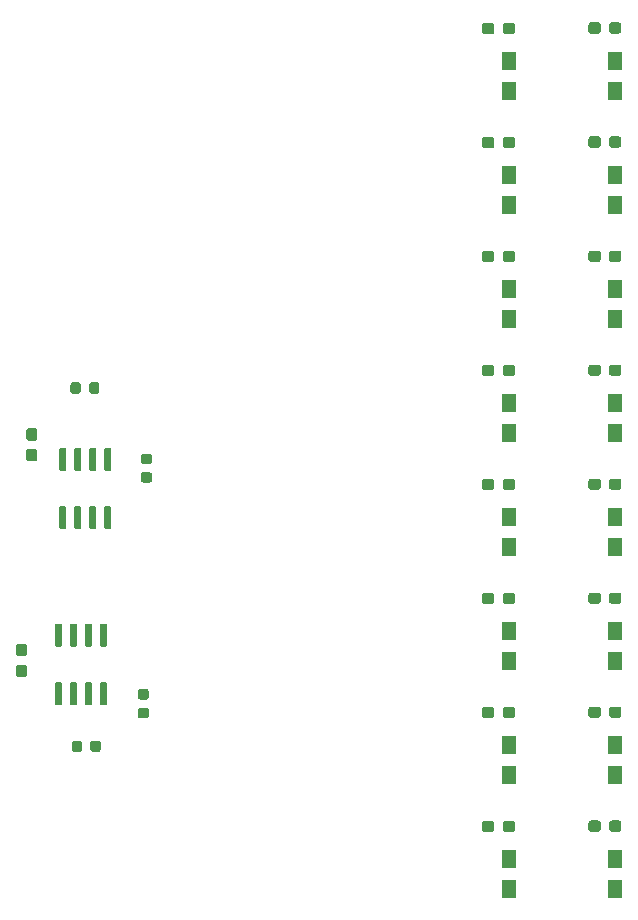
<source format=gbr>
G04 #@! TF.GenerationSoftware,KiCad,Pcbnew,(5.1.4)-1*
G04 #@! TF.CreationDate,2020-09-30T13:08:58+02:00*
G04 #@! TF.ProjectId,car_controller,6361725f-636f-46e7-9472-6f6c6c65722e,rev?*
G04 #@! TF.SameCoordinates,Original*
G04 #@! TF.FileFunction,Paste,Bot*
G04 #@! TF.FilePolarity,Positive*
%FSLAX46Y46*%
G04 Gerber Fmt 4.6, Leading zero omitted, Abs format (unit mm)*
G04 Created by KiCad (PCBNEW (5.1.4)-1) date 2020-09-30 13:08:58*
%MOMM*%
%LPD*%
G04 APERTURE LIST*
%ADD10C,0.100000*%
%ADD11C,0.875000*%
%ADD12C,0.950000*%
%ADD13R,1.297940X1.498600*%
%ADD14C,0.600000*%
G04 APERTURE END LIST*
D10*
G36*
X89837691Y-116981053D02*
G01*
X89858926Y-116984203D01*
X89879750Y-116989419D01*
X89899962Y-116996651D01*
X89919368Y-117005830D01*
X89937781Y-117016866D01*
X89955024Y-117029654D01*
X89970930Y-117044070D01*
X89985346Y-117059976D01*
X89998134Y-117077219D01*
X90009170Y-117095632D01*
X90018349Y-117115038D01*
X90025581Y-117135250D01*
X90030797Y-117156074D01*
X90033947Y-117177309D01*
X90035000Y-117198750D01*
X90035000Y-117711250D01*
X90033947Y-117732691D01*
X90030797Y-117753926D01*
X90025581Y-117774750D01*
X90018349Y-117794962D01*
X90009170Y-117814368D01*
X89998134Y-117832781D01*
X89985346Y-117850024D01*
X89970930Y-117865930D01*
X89955024Y-117880346D01*
X89937781Y-117893134D01*
X89919368Y-117904170D01*
X89899962Y-117913349D01*
X89879750Y-117920581D01*
X89858926Y-117925797D01*
X89837691Y-117928947D01*
X89816250Y-117930000D01*
X89378750Y-117930000D01*
X89357309Y-117928947D01*
X89336074Y-117925797D01*
X89315250Y-117920581D01*
X89295038Y-117913349D01*
X89275632Y-117904170D01*
X89257219Y-117893134D01*
X89239976Y-117880346D01*
X89224070Y-117865930D01*
X89209654Y-117850024D01*
X89196866Y-117832781D01*
X89185830Y-117814368D01*
X89176651Y-117794962D01*
X89169419Y-117774750D01*
X89164203Y-117753926D01*
X89161053Y-117732691D01*
X89160000Y-117711250D01*
X89160000Y-117198750D01*
X89161053Y-117177309D01*
X89164203Y-117156074D01*
X89169419Y-117135250D01*
X89176651Y-117115038D01*
X89185830Y-117095632D01*
X89196866Y-117077219D01*
X89209654Y-117059976D01*
X89224070Y-117044070D01*
X89239976Y-117029654D01*
X89257219Y-117016866D01*
X89275632Y-117005830D01*
X89295038Y-116996651D01*
X89315250Y-116989419D01*
X89336074Y-116984203D01*
X89357309Y-116981053D01*
X89378750Y-116980000D01*
X89816250Y-116980000D01*
X89837691Y-116981053D01*
X89837691Y-116981053D01*
G37*
D11*
X89597500Y-117455000D03*
D10*
G36*
X91412691Y-116981053D02*
G01*
X91433926Y-116984203D01*
X91454750Y-116989419D01*
X91474962Y-116996651D01*
X91494368Y-117005830D01*
X91512781Y-117016866D01*
X91530024Y-117029654D01*
X91545930Y-117044070D01*
X91560346Y-117059976D01*
X91573134Y-117077219D01*
X91584170Y-117095632D01*
X91593349Y-117115038D01*
X91600581Y-117135250D01*
X91605797Y-117156074D01*
X91608947Y-117177309D01*
X91610000Y-117198750D01*
X91610000Y-117711250D01*
X91608947Y-117732691D01*
X91605797Y-117753926D01*
X91600581Y-117774750D01*
X91593349Y-117794962D01*
X91584170Y-117814368D01*
X91573134Y-117832781D01*
X91560346Y-117850024D01*
X91545930Y-117865930D01*
X91530024Y-117880346D01*
X91512781Y-117893134D01*
X91494368Y-117904170D01*
X91474962Y-117913349D01*
X91454750Y-117920581D01*
X91433926Y-117925797D01*
X91412691Y-117928947D01*
X91391250Y-117930000D01*
X90953750Y-117930000D01*
X90932309Y-117928947D01*
X90911074Y-117925797D01*
X90890250Y-117920581D01*
X90870038Y-117913349D01*
X90850632Y-117904170D01*
X90832219Y-117893134D01*
X90814976Y-117880346D01*
X90799070Y-117865930D01*
X90784654Y-117850024D01*
X90771866Y-117832781D01*
X90760830Y-117814368D01*
X90751651Y-117794962D01*
X90744419Y-117774750D01*
X90739203Y-117753926D01*
X90736053Y-117732691D01*
X90735000Y-117711250D01*
X90735000Y-117198750D01*
X90736053Y-117177309D01*
X90739203Y-117156074D01*
X90744419Y-117135250D01*
X90751651Y-117115038D01*
X90760830Y-117095632D01*
X90771866Y-117077219D01*
X90784654Y-117059976D01*
X90799070Y-117044070D01*
X90814976Y-117029654D01*
X90832219Y-117016866D01*
X90850632Y-117005830D01*
X90870038Y-116996651D01*
X90890250Y-116989419D01*
X90911074Y-116984203D01*
X90932309Y-116981053D01*
X90953750Y-116980000D01*
X91391250Y-116980000D01*
X91412691Y-116981053D01*
X91412691Y-116981053D01*
G37*
D11*
X91172500Y-117455000D03*
D10*
G36*
X89727691Y-86651053D02*
G01*
X89748926Y-86654203D01*
X89769750Y-86659419D01*
X89789962Y-86666651D01*
X89809368Y-86675830D01*
X89827781Y-86686866D01*
X89845024Y-86699654D01*
X89860930Y-86714070D01*
X89875346Y-86729976D01*
X89888134Y-86747219D01*
X89899170Y-86765632D01*
X89908349Y-86785038D01*
X89915581Y-86805250D01*
X89920797Y-86826074D01*
X89923947Y-86847309D01*
X89925000Y-86868750D01*
X89925000Y-87381250D01*
X89923947Y-87402691D01*
X89920797Y-87423926D01*
X89915581Y-87444750D01*
X89908349Y-87464962D01*
X89899170Y-87484368D01*
X89888134Y-87502781D01*
X89875346Y-87520024D01*
X89860930Y-87535930D01*
X89845024Y-87550346D01*
X89827781Y-87563134D01*
X89809368Y-87574170D01*
X89789962Y-87583349D01*
X89769750Y-87590581D01*
X89748926Y-87595797D01*
X89727691Y-87598947D01*
X89706250Y-87600000D01*
X89268750Y-87600000D01*
X89247309Y-87598947D01*
X89226074Y-87595797D01*
X89205250Y-87590581D01*
X89185038Y-87583349D01*
X89165632Y-87574170D01*
X89147219Y-87563134D01*
X89129976Y-87550346D01*
X89114070Y-87535930D01*
X89099654Y-87520024D01*
X89086866Y-87502781D01*
X89075830Y-87484368D01*
X89066651Y-87464962D01*
X89059419Y-87444750D01*
X89054203Y-87423926D01*
X89051053Y-87402691D01*
X89050000Y-87381250D01*
X89050000Y-86868750D01*
X89051053Y-86847309D01*
X89054203Y-86826074D01*
X89059419Y-86805250D01*
X89066651Y-86785038D01*
X89075830Y-86765632D01*
X89086866Y-86747219D01*
X89099654Y-86729976D01*
X89114070Y-86714070D01*
X89129976Y-86699654D01*
X89147219Y-86686866D01*
X89165632Y-86675830D01*
X89185038Y-86666651D01*
X89205250Y-86659419D01*
X89226074Y-86654203D01*
X89247309Y-86651053D01*
X89268750Y-86650000D01*
X89706250Y-86650000D01*
X89727691Y-86651053D01*
X89727691Y-86651053D01*
G37*
D11*
X89487500Y-87125000D03*
D10*
G36*
X91302691Y-86651053D02*
G01*
X91323926Y-86654203D01*
X91344750Y-86659419D01*
X91364962Y-86666651D01*
X91384368Y-86675830D01*
X91402781Y-86686866D01*
X91420024Y-86699654D01*
X91435930Y-86714070D01*
X91450346Y-86729976D01*
X91463134Y-86747219D01*
X91474170Y-86765632D01*
X91483349Y-86785038D01*
X91490581Y-86805250D01*
X91495797Y-86826074D01*
X91498947Y-86847309D01*
X91500000Y-86868750D01*
X91500000Y-87381250D01*
X91498947Y-87402691D01*
X91495797Y-87423926D01*
X91490581Y-87444750D01*
X91483349Y-87464962D01*
X91474170Y-87484368D01*
X91463134Y-87502781D01*
X91450346Y-87520024D01*
X91435930Y-87535930D01*
X91420024Y-87550346D01*
X91402781Y-87563134D01*
X91384368Y-87574170D01*
X91364962Y-87583349D01*
X91344750Y-87590581D01*
X91323926Y-87595797D01*
X91302691Y-87598947D01*
X91281250Y-87600000D01*
X90843750Y-87600000D01*
X90822309Y-87598947D01*
X90801074Y-87595797D01*
X90780250Y-87590581D01*
X90760038Y-87583349D01*
X90740632Y-87574170D01*
X90722219Y-87563134D01*
X90704976Y-87550346D01*
X90689070Y-87535930D01*
X90674654Y-87520024D01*
X90661866Y-87502781D01*
X90650830Y-87484368D01*
X90641651Y-87464962D01*
X90634419Y-87444750D01*
X90629203Y-87423926D01*
X90626053Y-87402691D01*
X90625000Y-87381250D01*
X90625000Y-86868750D01*
X90626053Y-86847309D01*
X90629203Y-86826074D01*
X90634419Y-86805250D01*
X90641651Y-86785038D01*
X90650830Y-86765632D01*
X90661866Y-86747219D01*
X90674654Y-86729976D01*
X90689070Y-86714070D01*
X90704976Y-86699654D01*
X90722219Y-86686866D01*
X90740632Y-86675830D01*
X90760038Y-86666651D01*
X90780250Y-86659419D01*
X90801074Y-86654203D01*
X90822309Y-86651053D01*
X90843750Y-86650000D01*
X91281250Y-86650000D01*
X91302691Y-86651053D01*
X91302691Y-86651053D01*
G37*
D11*
X91062500Y-87125000D03*
D10*
G36*
X95492691Y-112628553D02*
G01*
X95513926Y-112631703D01*
X95534750Y-112636919D01*
X95554962Y-112644151D01*
X95574368Y-112653330D01*
X95592781Y-112664366D01*
X95610024Y-112677154D01*
X95625930Y-112691570D01*
X95640346Y-112707476D01*
X95653134Y-112724719D01*
X95664170Y-112743132D01*
X95673349Y-112762538D01*
X95680581Y-112782750D01*
X95685797Y-112803574D01*
X95688947Y-112824809D01*
X95690000Y-112846250D01*
X95690000Y-113283750D01*
X95688947Y-113305191D01*
X95685797Y-113326426D01*
X95680581Y-113347250D01*
X95673349Y-113367462D01*
X95664170Y-113386868D01*
X95653134Y-113405281D01*
X95640346Y-113422524D01*
X95625930Y-113438430D01*
X95610024Y-113452846D01*
X95592781Y-113465634D01*
X95574368Y-113476670D01*
X95554962Y-113485849D01*
X95534750Y-113493081D01*
X95513926Y-113498297D01*
X95492691Y-113501447D01*
X95471250Y-113502500D01*
X94958750Y-113502500D01*
X94937309Y-113501447D01*
X94916074Y-113498297D01*
X94895250Y-113493081D01*
X94875038Y-113485849D01*
X94855632Y-113476670D01*
X94837219Y-113465634D01*
X94819976Y-113452846D01*
X94804070Y-113438430D01*
X94789654Y-113422524D01*
X94776866Y-113405281D01*
X94765830Y-113386868D01*
X94756651Y-113367462D01*
X94749419Y-113347250D01*
X94744203Y-113326426D01*
X94741053Y-113305191D01*
X94740000Y-113283750D01*
X94740000Y-112846250D01*
X94741053Y-112824809D01*
X94744203Y-112803574D01*
X94749419Y-112782750D01*
X94756651Y-112762538D01*
X94765830Y-112743132D01*
X94776866Y-112724719D01*
X94789654Y-112707476D01*
X94804070Y-112691570D01*
X94819976Y-112677154D01*
X94837219Y-112664366D01*
X94855632Y-112653330D01*
X94875038Y-112644151D01*
X94895250Y-112636919D01*
X94916074Y-112631703D01*
X94937309Y-112628553D01*
X94958750Y-112627500D01*
X95471250Y-112627500D01*
X95492691Y-112628553D01*
X95492691Y-112628553D01*
G37*
D11*
X95215000Y-113065000D03*
D10*
G36*
X95492691Y-114203553D02*
G01*
X95513926Y-114206703D01*
X95534750Y-114211919D01*
X95554962Y-114219151D01*
X95574368Y-114228330D01*
X95592781Y-114239366D01*
X95610024Y-114252154D01*
X95625930Y-114266570D01*
X95640346Y-114282476D01*
X95653134Y-114299719D01*
X95664170Y-114318132D01*
X95673349Y-114337538D01*
X95680581Y-114357750D01*
X95685797Y-114378574D01*
X95688947Y-114399809D01*
X95690000Y-114421250D01*
X95690000Y-114858750D01*
X95688947Y-114880191D01*
X95685797Y-114901426D01*
X95680581Y-114922250D01*
X95673349Y-114942462D01*
X95664170Y-114961868D01*
X95653134Y-114980281D01*
X95640346Y-114997524D01*
X95625930Y-115013430D01*
X95610024Y-115027846D01*
X95592781Y-115040634D01*
X95574368Y-115051670D01*
X95554962Y-115060849D01*
X95534750Y-115068081D01*
X95513926Y-115073297D01*
X95492691Y-115076447D01*
X95471250Y-115077500D01*
X94958750Y-115077500D01*
X94937309Y-115076447D01*
X94916074Y-115073297D01*
X94895250Y-115068081D01*
X94875038Y-115060849D01*
X94855632Y-115051670D01*
X94837219Y-115040634D01*
X94819976Y-115027846D01*
X94804070Y-115013430D01*
X94789654Y-114997524D01*
X94776866Y-114980281D01*
X94765830Y-114961868D01*
X94756651Y-114942462D01*
X94749419Y-114922250D01*
X94744203Y-114901426D01*
X94741053Y-114880191D01*
X94740000Y-114858750D01*
X94740000Y-114421250D01*
X94741053Y-114399809D01*
X94744203Y-114378574D01*
X94749419Y-114357750D01*
X94756651Y-114337538D01*
X94765830Y-114318132D01*
X94776866Y-114299719D01*
X94789654Y-114282476D01*
X94804070Y-114266570D01*
X94819976Y-114252154D01*
X94837219Y-114239366D01*
X94855632Y-114228330D01*
X94875038Y-114219151D01*
X94895250Y-114211919D01*
X94916074Y-114206703D01*
X94937309Y-114203553D01*
X94958750Y-114202500D01*
X95471250Y-114202500D01*
X95492691Y-114203553D01*
X95492691Y-114203553D01*
G37*
D11*
X95215000Y-114640000D03*
D10*
G36*
X95752691Y-92683553D02*
G01*
X95773926Y-92686703D01*
X95794750Y-92691919D01*
X95814962Y-92699151D01*
X95834368Y-92708330D01*
X95852781Y-92719366D01*
X95870024Y-92732154D01*
X95885930Y-92746570D01*
X95900346Y-92762476D01*
X95913134Y-92779719D01*
X95924170Y-92798132D01*
X95933349Y-92817538D01*
X95940581Y-92837750D01*
X95945797Y-92858574D01*
X95948947Y-92879809D01*
X95950000Y-92901250D01*
X95950000Y-93338750D01*
X95948947Y-93360191D01*
X95945797Y-93381426D01*
X95940581Y-93402250D01*
X95933349Y-93422462D01*
X95924170Y-93441868D01*
X95913134Y-93460281D01*
X95900346Y-93477524D01*
X95885930Y-93493430D01*
X95870024Y-93507846D01*
X95852781Y-93520634D01*
X95834368Y-93531670D01*
X95814962Y-93540849D01*
X95794750Y-93548081D01*
X95773926Y-93553297D01*
X95752691Y-93556447D01*
X95731250Y-93557500D01*
X95218750Y-93557500D01*
X95197309Y-93556447D01*
X95176074Y-93553297D01*
X95155250Y-93548081D01*
X95135038Y-93540849D01*
X95115632Y-93531670D01*
X95097219Y-93520634D01*
X95079976Y-93507846D01*
X95064070Y-93493430D01*
X95049654Y-93477524D01*
X95036866Y-93460281D01*
X95025830Y-93441868D01*
X95016651Y-93422462D01*
X95009419Y-93402250D01*
X95004203Y-93381426D01*
X95001053Y-93360191D01*
X95000000Y-93338750D01*
X95000000Y-92901250D01*
X95001053Y-92879809D01*
X95004203Y-92858574D01*
X95009419Y-92837750D01*
X95016651Y-92817538D01*
X95025830Y-92798132D01*
X95036866Y-92779719D01*
X95049654Y-92762476D01*
X95064070Y-92746570D01*
X95079976Y-92732154D01*
X95097219Y-92719366D01*
X95115632Y-92708330D01*
X95135038Y-92699151D01*
X95155250Y-92691919D01*
X95176074Y-92686703D01*
X95197309Y-92683553D01*
X95218750Y-92682500D01*
X95731250Y-92682500D01*
X95752691Y-92683553D01*
X95752691Y-92683553D01*
G37*
D11*
X95475000Y-93120000D03*
D10*
G36*
X95752691Y-94258553D02*
G01*
X95773926Y-94261703D01*
X95794750Y-94266919D01*
X95814962Y-94274151D01*
X95834368Y-94283330D01*
X95852781Y-94294366D01*
X95870024Y-94307154D01*
X95885930Y-94321570D01*
X95900346Y-94337476D01*
X95913134Y-94354719D01*
X95924170Y-94373132D01*
X95933349Y-94392538D01*
X95940581Y-94412750D01*
X95945797Y-94433574D01*
X95948947Y-94454809D01*
X95950000Y-94476250D01*
X95950000Y-94913750D01*
X95948947Y-94935191D01*
X95945797Y-94956426D01*
X95940581Y-94977250D01*
X95933349Y-94997462D01*
X95924170Y-95016868D01*
X95913134Y-95035281D01*
X95900346Y-95052524D01*
X95885930Y-95068430D01*
X95870024Y-95082846D01*
X95852781Y-95095634D01*
X95834368Y-95106670D01*
X95814962Y-95115849D01*
X95794750Y-95123081D01*
X95773926Y-95128297D01*
X95752691Y-95131447D01*
X95731250Y-95132500D01*
X95218750Y-95132500D01*
X95197309Y-95131447D01*
X95176074Y-95128297D01*
X95155250Y-95123081D01*
X95135038Y-95115849D01*
X95115632Y-95106670D01*
X95097219Y-95095634D01*
X95079976Y-95082846D01*
X95064070Y-95068430D01*
X95049654Y-95052524D01*
X95036866Y-95035281D01*
X95025830Y-95016868D01*
X95016651Y-94997462D01*
X95009419Y-94977250D01*
X95004203Y-94956426D01*
X95001053Y-94935191D01*
X95000000Y-94913750D01*
X95000000Y-94476250D01*
X95001053Y-94454809D01*
X95004203Y-94433574D01*
X95009419Y-94412750D01*
X95016651Y-94392538D01*
X95025830Y-94373132D01*
X95036866Y-94354719D01*
X95049654Y-94337476D01*
X95064070Y-94321570D01*
X95079976Y-94307154D01*
X95097219Y-94294366D01*
X95115632Y-94283330D01*
X95135038Y-94274151D01*
X95155250Y-94266919D01*
X95176074Y-94261703D01*
X95197309Y-94258553D01*
X95218750Y-94257500D01*
X95731250Y-94257500D01*
X95752691Y-94258553D01*
X95752691Y-94258553D01*
G37*
D11*
X95475000Y-94695000D03*
D10*
G36*
X126485779Y-56221144D02*
G01*
X126508834Y-56224563D01*
X126531443Y-56230227D01*
X126553387Y-56238079D01*
X126574457Y-56248044D01*
X126594448Y-56260026D01*
X126613168Y-56273910D01*
X126630438Y-56289562D01*
X126646090Y-56306832D01*
X126659974Y-56325552D01*
X126671956Y-56345543D01*
X126681921Y-56366613D01*
X126689773Y-56388557D01*
X126695437Y-56411166D01*
X126698856Y-56434221D01*
X126700000Y-56457500D01*
X126700000Y-56932500D01*
X126698856Y-56955779D01*
X126695437Y-56978834D01*
X126689773Y-57001443D01*
X126681921Y-57023387D01*
X126671956Y-57044457D01*
X126659974Y-57064448D01*
X126646090Y-57083168D01*
X126630438Y-57100438D01*
X126613168Y-57116090D01*
X126594448Y-57129974D01*
X126574457Y-57141956D01*
X126553387Y-57151921D01*
X126531443Y-57159773D01*
X126508834Y-57165437D01*
X126485779Y-57168856D01*
X126462500Y-57170000D01*
X125887500Y-57170000D01*
X125864221Y-57168856D01*
X125841166Y-57165437D01*
X125818557Y-57159773D01*
X125796613Y-57151921D01*
X125775543Y-57141956D01*
X125755552Y-57129974D01*
X125736832Y-57116090D01*
X125719562Y-57100438D01*
X125703910Y-57083168D01*
X125690026Y-57064448D01*
X125678044Y-57044457D01*
X125668079Y-57023387D01*
X125660227Y-57001443D01*
X125654563Y-56978834D01*
X125651144Y-56955779D01*
X125650000Y-56932500D01*
X125650000Y-56457500D01*
X125651144Y-56434221D01*
X125654563Y-56411166D01*
X125660227Y-56388557D01*
X125668079Y-56366613D01*
X125678044Y-56345543D01*
X125690026Y-56325552D01*
X125703910Y-56306832D01*
X125719562Y-56289562D01*
X125736832Y-56273910D01*
X125755552Y-56260026D01*
X125775543Y-56248044D01*
X125796613Y-56238079D01*
X125818557Y-56230227D01*
X125841166Y-56224563D01*
X125864221Y-56221144D01*
X125887500Y-56220000D01*
X126462500Y-56220000D01*
X126485779Y-56221144D01*
X126485779Y-56221144D01*
G37*
D12*
X126175000Y-56695000D03*
D10*
G36*
X124735779Y-56221144D02*
G01*
X124758834Y-56224563D01*
X124781443Y-56230227D01*
X124803387Y-56238079D01*
X124824457Y-56248044D01*
X124844448Y-56260026D01*
X124863168Y-56273910D01*
X124880438Y-56289562D01*
X124896090Y-56306832D01*
X124909974Y-56325552D01*
X124921956Y-56345543D01*
X124931921Y-56366613D01*
X124939773Y-56388557D01*
X124945437Y-56411166D01*
X124948856Y-56434221D01*
X124950000Y-56457500D01*
X124950000Y-56932500D01*
X124948856Y-56955779D01*
X124945437Y-56978834D01*
X124939773Y-57001443D01*
X124931921Y-57023387D01*
X124921956Y-57044457D01*
X124909974Y-57064448D01*
X124896090Y-57083168D01*
X124880438Y-57100438D01*
X124863168Y-57116090D01*
X124844448Y-57129974D01*
X124824457Y-57141956D01*
X124803387Y-57151921D01*
X124781443Y-57159773D01*
X124758834Y-57165437D01*
X124735779Y-57168856D01*
X124712500Y-57170000D01*
X124137500Y-57170000D01*
X124114221Y-57168856D01*
X124091166Y-57165437D01*
X124068557Y-57159773D01*
X124046613Y-57151921D01*
X124025543Y-57141956D01*
X124005552Y-57129974D01*
X123986832Y-57116090D01*
X123969562Y-57100438D01*
X123953910Y-57083168D01*
X123940026Y-57064448D01*
X123928044Y-57044457D01*
X123918079Y-57023387D01*
X123910227Y-57001443D01*
X123904563Y-56978834D01*
X123901144Y-56955779D01*
X123900000Y-56932500D01*
X123900000Y-56457500D01*
X123901144Y-56434221D01*
X123904563Y-56411166D01*
X123910227Y-56388557D01*
X123918079Y-56366613D01*
X123928044Y-56345543D01*
X123940026Y-56325552D01*
X123953910Y-56306832D01*
X123969562Y-56289562D01*
X123986832Y-56273910D01*
X124005552Y-56260026D01*
X124025543Y-56248044D01*
X124046613Y-56238079D01*
X124068557Y-56230227D01*
X124091166Y-56224563D01*
X124114221Y-56221144D01*
X124137500Y-56220000D01*
X124712500Y-56220000D01*
X124735779Y-56221144D01*
X124735779Y-56221144D01*
G37*
D12*
X124425000Y-56695000D03*
D10*
G36*
X124735779Y-65871144D02*
G01*
X124758834Y-65874563D01*
X124781443Y-65880227D01*
X124803387Y-65888079D01*
X124824457Y-65898044D01*
X124844448Y-65910026D01*
X124863168Y-65923910D01*
X124880438Y-65939562D01*
X124896090Y-65956832D01*
X124909974Y-65975552D01*
X124921956Y-65995543D01*
X124931921Y-66016613D01*
X124939773Y-66038557D01*
X124945437Y-66061166D01*
X124948856Y-66084221D01*
X124950000Y-66107500D01*
X124950000Y-66582500D01*
X124948856Y-66605779D01*
X124945437Y-66628834D01*
X124939773Y-66651443D01*
X124931921Y-66673387D01*
X124921956Y-66694457D01*
X124909974Y-66714448D01*
X124896090Y-66733168D01*
X124880438Y-66750438D01*
X124863168Y-66766090D01*
X124844448Y-66779974D01*
X124824457Y-66791956D01*
X124803387Y-66801921D01*
X124781443Y-66809773D01*
X124758834Y-66815437D01*
X124735779Y-66818856D01*
X124712500Y-66820000D01*
X124137500Y-66820000D01*
X124114221Y-66818856D01*
X124091166Y-66815437D01*
X124068557Y-66809773D01*
X124046613Y-66801921D01*
X124025543Y-66791956D01*
X124005552Y-66779974D01*
X123986832Y-66766090D01*
X123969562Y-66750438D01*
X123953910Y-66733168D01*
X123940026Y-66714448D01*
X123928044Y-66694457D01*
X123918079Y-66673387D01*
X123910227Y-66651443D01*
X123904563Y-66628834D01*
X123901144Y-66605779D01*
X123900000Y-66582500D01*
X123900000Y-66107500D01*
X123901144Y-66084221D01*
X123904563Y-66061166D01*
X123910227Y-66038557D01*
X123918079Y-66016613D01*
X123928044Y-65995543D01*
X123940026Y-65975552D01*
X123953910Y-65956832D01*
X123969562Y-65939562D01*
X123986832Y-65923910D01*
X124005552Y-65910026D01*
X124025543Y-65898044D01*
X124046613Y-65888079D01*
X124068557Y-65880227D01*
X124091166Y-65874563D01*
X124114221Y-65871144D01*
X124137500Y-65870000D01*
X124712500Y-65870000D01*
X124735779Y-65871144D01*
X124735779Y-65871144D01*
G37*
D12*
X124425000Y-66345000D03*
D10*
G36*
X126485779Y-65871144D02*
G01*
X126508834Y-65874563D01*
X126531443Y-65880227D01*
X126553387Y-65888079D01*
X126574457Y-65898044D01*
X126594448Y-65910026D01*
X126613168Y-65923910D01*
X126630438Y-65939562D01*
X126646090Y-65956832D01*
X126659974Y-65975552D01*
X126671956Y-65995543D01*
X126681921Y-66016613D01*
X126689773Y-66038557D01*
X126695437Y-66061166D01*
X126698856Y-66084221D01*
X126700000Y-66107500D01*
X126700000Y-66582500D01*
X126698856Y-66605779D01*
X126695437Y-66628834D01*
X126689773Y-66651443D01*
X126681921Y-66673387D01*
X126671956Y-66694457D01*
X126659974Y-66714448D01*
X126646090Y-66733168D01*
X126630438Y-66750438D01*
X126613168Y-66766090D01*
X126594448Y-66779974D01*
X126574457Y-66791956D01*
X126553387Y-66801921D01*
X126531443Y-66809773D01*
X126508834Y-66815437D01*
X126485779Y-66818856D01*
X126462500Y-66820000D01*
X125887500Y-66820000D01*
X125864221Y-66818856D01*
X125841166Y-66815437D01*
X125818557Y-66809773D01*
X125796613Y-66801921D01*
X125775543Y-66791956D01*
X125755552Y-66779974D01*
X125736832Y-66766090D01*
X125719562Y-66750438D01*
X125703910Y-66733168D01*
X125690026Y-66714448D01*
X125678044Y-66694457D01*
X125668079Y-66673387D01*
X125660227Y-66651443D01*
X125654563Y-66628834D01*
X125651144Y-66605779D01*
X125650000Y-66582500D01*
X125650000Y-66107500D01*
X125651144Y-66084221D01*
X125654563Y-66061166D01*
X125660227Y-66038557D01*
X125668079Y-66016613D01*
X125678044Y-65995543D01*
X125690026Y-65975552D01*
X125703910Y-65956832D01*
X125719562Y-65939562D01*
X125736832Y-65923910D01*
X125755552Y-65910026D01*
X125775543Y-65898044D01*
X125796613Y-65888079D01*
X125818557Y-65880227D01*
X125841166Y-65874563D01*
X125864221Y-65871144D01*
X125887500Y-65870000D01*
X126462500Y-65870000D01*
X126485779Y-65871144D01*
X126485779Y-65871144D01*
G37*
D12*
X126175000Y-66345000D03*
D10*
G36*
X126485779Y-75521144D02*
G01*
X126508834Y-75524563D01*
X126531443Y-75530227D01*
X126553387Y-75538079D01*
X126574457Y-75548044D01*
X126594448Y-75560026D01*
X126613168Y-75573910D01*
X126630438Y-75589562D01*
X126646090Y-75606832D01*
X126659974Y-75625552D01*
X126671956Y-75645543D01*
X126681921Y-75666613D01*
X126689773Y-75688557D01*
X126695437Y-75711166D01*
X126698856Y-75734221D01*
X126700000Y-75757500D01*
X126700000Y-76232500D01*
X126698856Y-76255779D01*
X126695437Y-76278834D01*
X126689773Y-76301443D01*
X126681921Y-76323387D01*
X126671956Y-76344457D01*
X126659974Y-76364448D01*
X126646090Y-76383168D01*
X126630438Y-76400438D01*
X126613168Y-76416090D01*
X126594448Y-76429974D01*
X126574457Y-76441956D01*
X126553387Y-76451921D01*
X126531443Y-76459773D01*
X126508834Y-76465437D01*
X126485779Y-76468856D01*
X126462500Y-76470000D01*
X125887500Y-76470000D01*
X125864221Y-76468856D01*
X125841166Y-76465437D01*
X125818557Y-76459773D01*
X125796613Y-76451921D01*
X125775543Y-76441956D01*
X125755552Y-76429974D01*
X125736832Y-76416090D01*
X125719562Y-76400438D01*
X125703910Y-76383168D01*
X125690026Y-76364448D01*
X125678044Y-76344457D01*
X125668079Y-76323387D01*
X125660227Y-76301443D01*
X125654563Y-76278834D01*
X125651144Y-76255779D01*
X125650000Y-76232500D01*
X125650000Y-75757500D01*
X125651144Y-75734221D01*
X125654563Y-75711166D01*
X125660227Y-75688557D01*
X125668079Y-75666613D01*
X125678044Y-75645543D01*
X125690026Y-75625552D01*
X125703910Y-75606832D01*
X125719562Y-75589562D01*
X125736832Y-75573910D01*
X125755552Y-75560026D01*
X125775543Y-75548044D01*
X125796613Y-75538079D01*
X125818557Y-75530227D01*
X125841166Y-75524563D01*
X125864221Y-75521144D01*
X125887500Y-75520000D01*
X126462500Y-75520000D01*
X126485779Y-75521144D01*
X126485779Y-75521144D01*
G37*
D12*
X126175000Y-75995000D03*
D10*
G36*
X124735779Y-75521144D02*
G01*
X124758834Y-75524563D01*
X124781443Y-75530227D01*
X124803387Y-75538079D01*
X124824457Y-75548044D01*
X124844448Y-75560026D01*
X124863168Y-75573910D01*
X124880438Y-75589562D01*
X124896090Y-75606832D01*
X124909974Y-75625552D01*
X124921956Y-75645543D01*
X124931921Y-75666613D01*
X124939773Y-75688557D01*
X124945437Y-75711166D01*
X124948856Y-75734221D01*
X124950000Y-75757500D01*
X124950000Y-76232500D01*
X124948856Y-76255779D01*
X124945437Y-76278834D01*
X124939773Y-76301443D01*
X124931921Y-76323387D01*
X124921956Y-76344457D01*
X124909974Y-76364448D01*
X124896090Y-76383168D01*
X124880438Y-76400438D01*
X124863168Y-76416090D01*
X124844448Y-76429974D01*
X124824457Y-76441956D01*
X124803387Y-76451921D01*
X124781443Y-76459773D01*
X124758834Y-76465437D01*
X124735779Y-76468856D01*
X124712500Y-76470000D01*
X124137500Y-76470000D01*
X124114221Y-76468856D01*
X124091166Y-76465437D01*
X124068557Y-76459773D01*
X124046613Y-76451921D01*
X124025543Y-76441956D01*
X124005552Y-76429974D01*
X123986832Y-76416090D01*
X123969562Y-76400438D01*
X123953910Y-76383168D01*
X123940026Y-76364448D01*
X123928044Y-76344457D01*
X123918079Y-76323387D01*
X123910227Y-76301443D01*
X123904563Y-76278834D01*
X123901144Y-76255779D01*
X123900000Y-76232500D01*
X123900000Y-75757500D01*
X123901144Y-75734221D01*
X123904563Y-75711166D01*
X123910227Y-75688557D01*
X123918079Y-75666613D01*
X123928044Y-75645543D01*
X123940026Y-75625552D01*
X123953910Y-75606832D01*
X123969562Y-75589562D01*
X123986832Y-75573910D01*
X124005552Y-75560026D01*
X124025543Y-75548044D01*
X124046613Y-75538079D01*
X124068557Y-75530227D01*
X124091166Y-75524563D01*
X124114221Y-75521144D01*
X124137500Y-75520000D01*
X124712500Y-75520000D01*
X124735779Y-75521144D01*
X124735779Y-75521144D01*
G37*
D12*
X124425000Y-75995000D03*
D10*
G36*
X133735779Y-56171144D02*
G01*
X133758834Y-56174563D01*
X133781443Y-56180227D01*
X133803387Y-56188079D01*
X133824457Y-56198044D01*
X133844448Y-56210026D01*
X133863168Y-56223910D01*
X133880438Y-56239562D01*
X133896090Y-56256832D01*
X133909974Y-56275552D01*
X133921956Y-56295543D01*
X133931921Y-56316613D01*
X133939773Y-56338557D01*
X133945437Y-56361166D01*
X133948856Y-56384221D01*
X133950000Y-56407500D01*
X133950000Y-56882500D01*
X133948856Y-56905779D01*
X133945437Y-56928834D01*
X133939773Y-56951443D01*
X133931921Y-56973387D01*
X133921956Y-56994457D01*
X133909974Y-57014448D01*
X133896090Y-57033168D01*
X133880438Y-57050438D01*
X133863168Y-57066090D01*
X133844448Y-57079974D01*
X133824457Y-57091956D01*
X133803387Y-57101921D01*
X133781443Y-57109773D01*
X133758834Y-57115437D01*
X133735779Y-57118856D01*
X133712500Y-57120000D01*
X133137500Y-57120000D01*
X133114221Y-57118856D01*
X133091166Y-57115437D01*
X133068557Y-57109773D01*
X133046613Y-57101921D01*
X133025543Y-57091956D01*
X133005552Y-57079974D01*
X132986832Y-57066090D01*
X132969562Y-57050438D01*
X132953910Y-57033168D01*
X132940026Y-57014448D01*
X132928044Y-56994457D01*
X132918079Y-56973387D01*
X132910227Y-56951443D01*
X132904563Y-56928834D01*
X132901144Y-56905779D01*
X132900000Y-56882500D01*
X132900000Y-56407500D01*
X132901144Y-56384221D01*
X132904563Y-56361166D01*
X132910227Y-56338557D01*
X132918079Y-56316613D01*
X132928044Y-56295543D01*
X132940026Y-56275552D01*
X132953910Y-56256832D01*
X132969562Y-56239562D01*
X132986832Y-56223910D01*
X133005552Y-56210026D01*
X133025543Y-56198044D01*
X133046613Y-56188079D01*
X133068557Y-56180227D01*
X133091166Y-56174563D01*
X133114221Y-56171144D01*
X133137500Y-56170000D01*
X133712500Y-56170000D01*
X133735779Y-56171144D01*
X133735779Y-56171144D01*
G37*
D12*
X133425000Y-56645000D03*
D10*
G36*
X135485779Y-56171144D02*
G01*
X135508834Y-56174563D01*
X135531443Y-56180227D01*
X135553387Y-56188079D01*
X135574457Y-56198044D01*
X135594448Y-56210026D01*
X135613168Y-56223910D01*
X135630438Y-56239562D01*
X135646090Y-56256832D01*
X135659974Y-56275552D01*
X135671956Y-56295543D01*
X135681921Y-56316613D01*
X135689773Y-56338557D01*
X135695437Y-56361166D01*
X135698856Y-56384221D01*
X135700000Y-56407500D01*
X135700000Y-56882500D01*
X135698856Y-56905779D01*
X135695437Y-56928834D01*
X135689773Y-56951443D01*
X135681921Y-56973387D01*
X135671956Y-56994457D01*
X135659974Y-57014448D01*
X135646090Y-57033168D01*
X135630438Y-57050438D01*
X135613168Y-57066090D01*
X135594448Y-57079974D01*
X135574457Y-57091956D01*
X135553387Y-57101921D01*
X135531443Y-57109773D01*
X135508834Y-57115437D01*
X135485779Y-57118856D01*
X135462500Y-57120000D01*
X134887500Y-57120000D01*
X134864221Y-57118856D01*
X134841166Y-57115437D01*
X134818557Y-57109773D01*
X134796613Y-57101921D01*
X134775543Y-57091956D01*
X134755552Y-57079974D01*
X134736832Y-57066090D01*
X134719562Y-57050438D01*
X134703910Y-57033168D01*
X134690026Y-57014448D01*
X134678044Y-56994457D01*
X134668079Y-56973387D01*
X134660227Y-56951443D01*
X134654563Y-56928834D01*
X134651144Y-56905779D01*
X134650000Y-56882500D01*
X134650000Y-56407500D01*
X134651144Y-56384221D01*
X134654563Y-56361166D01*
X134660227Y-56338557D01*
X134668079Y-56316613D01*
X134678044Y-56295543D01*
X134690026Y-56275552D01*
X134703910Y-56256832D01*
X134719562Y-56239562D01*
X134736832Y-56223910D01*
X134755552Y-56210026D01*
X134775543Y-56198044D01*
X134796613Y-56188079D01*
X134818557Y-56180227D01*
X134841166Y-56174563D01*
X134864221Y-56171144D01*
X134887500Y-56170000D01*
X135462500Y-56170000D01*
X135485779Y-56171144D01*
X135485779Y-56171144D01*
G37*
D12*
X135175000Y-56645000D03*
D10*
G36*
X135485779Y-65821144D02*
G01*
X135508834Y-65824563D01*
X135531443Y-65830227D01*
X135553387Y-65838079D01*
X135574457Y-65848044D01*
X135594448Y-65860026D01*
X135613168Y-65873910D01*
X135630438Y-65889562D01*
X135646090Y-65906832D01*
X135659974Y-65925552D01*
X135671956Y-65945543D01*
X135681921Y-65966613D01*
X135689773Y-65988557D01*
X135695437Y-66011166D01*
X135698856Y-66034221D01*
X135700000Y-66057500D01*
X135700000Y-66532500D01*
X135698856Y-66555779D01*
X135695437Y-66578834D01*
X135689773Y-66601443D01*
X135681921Y-66623387D01*
X135671956Y-66644457D01*
X135659974Y-66664448D01*
X135646090Y-66683168D01*
X135630438Y-66700438D01*
X135613168Y-66716090D01*
X135594448Y-66729974D01*
X135574457Y-66741956D01*
X135553387Y-66751921D01*
X135531443Y-66759773D01*
X135508834Y-66765437D01*
X135485779Y-66768856D01*
X135462500Y-66770000D01*
X134887500Y-66770000D01*
X134864221Y-66768856D01*
X134841166Y-66765437D01*
X134818557Y-66759773D01*
X134796613Y-66751921D01*
X134775543Y-66741956D01*
X134755552Y-66729974D01*
X134736832Y-66716090D01*
X134719562Y-66700438D01*
X134703910Y-66683168D01*
X134690026Y-66664448D01*
X134678044Y-66644457D01*
X134668079Y-66623387D01*
X134660227Y-66601443D01*
X134654563Y-66578834D01*
X134651144Y-66555779D01*
X134650000Y-66532500D01*
X134650000Y-66057500D01*
X134651144Y-66034221D01*
X134654563Y-66011166D01*
X134660227Y-65988557D01*
X134668079Y-65966613D01*
X134678044Y-65945543D01*
X134690026Y-65925552D01*
X134703910Y-65906832D01*
X134719562Y-65889562D01*
X134736832Y-65873910D01*
X134755552Y-65860026D01*
X134775543Y-65848044D01*
X134796613Y-65838079D01*
X134818557Y-65830227D01*
X134841166Y-65824563D01*
X134864221Y-65821144D01*
X134887500Y-65820000D01*
X135462500Y-65820000D01*
X135485779Y-65821144D01*
X135485779Y-65821144D01*
G37*
D12*
X135175000Y-66295000D03*
D10*
G36*
X133735779Y-65821144D02*
G01*
X133758834Y-65824563D01*
X133781443Y-65830227D01*
X133803387Y-65838079D01*
X133824457Y-65848044D01*
X133844448Y-65860026D01*
X133863168Y-65873910D01*
X133880438Y-65889562D01*
X133896090Y-65906832D01*
X133909974Y-65925552D01*
X133921956Y-65945543D01*
X133931921Y-65966613D01*
X133939773Y-65988557D01*
X133945437Y-66011166D01*
X133948856Y-66034221D01*
X133950000Y-66057500D01*
X133950000Y-66532500D01*
X133948856Y-66555779D01*
X133945437Y-66578834D01*
X133939773Y-66601443D01*
X133931921Y-66623387D01*
X133921956Y-66644457D01*
X133909974Y-66664448D01*
X133896090Y-66683168D01*
X133880438Y-66700438D01*
X133863168Y-66716090D01*
X133844448Y-66729974D01*
X133824457Y-66741956D01*
X133803387Y-66751921D01*
X133781443Y-66759773D01*
X133758834Y-66765437D01*
X133735779Y-66768856D01*
X133712500Y-66770000D01*
X133137500Y-66770000D01*
X133114221Y-66768856D01*
X133091166Y-66765437D01*
X133068557Y-66759773D01*
X133046613Y-66751921D01*
X133025543Y-66741956D01*
X133005552Y-66729974D01*
X132986832Y-66716090D01*
X132969562Y-66700438D01*
X132953910Y-66683168D01*
X132940026Y-66664448D01*
X132928044Y-66644457D01*
X132918079Y-66623387D01*
X132910227Y-66601443D01*
X132904563Y-66578834D01*
X132901144Y-66555779D01*
X132900000Y-66532500D01*
X132900000Y-66057500D01*
X132901144Y-66034221D01*
X132904563Y-66011166D01*
X132910227Y-65988557D01*
X132918079Y-65966613D01*
X132928044Y-65945543D01*
X132940026Y-65925552D01*
X132953910Y-65906832D01*
X132969562Y-65889562D01*
X132986832Y-65873910D01*
X133005552Y-65860026D01*
X133025543Y-65848044D01*
X133046613Y-65838079D01*
X133068557Y-65830227D01*
X133091166Y-65824563D01*
X133114221Y-65821144D01*
X133137500Y-65820000D01*
X133712500Y-65820000D01*
X133735779Y-65821144D01*
X133735779Y-65821144D01*
G37*
D12*
X133425000Y-66295000D03*
D10*
G36*
X133735779Y-75496144D02*
G01*
X133758834Y-75499563D01*
X133781443Y-75505227D01*
X133803387Y-75513079D01*
X133824457Y-75523044D01*
X133844448Y-75535026D01*
X133863168Y-75548910D01*
X133880438Y-75564562D01*
X133896090Y-75581832D01*
X133909974Y-75600552D01*
X133921956Y-75620543D01*
X133931921Y-75641613D01*
X133939773Y-75663557D01*
X133945437Y-75686166D01*
X133948856Y-75709221D01*
X133950000Y-75732500D01*
X133950000Y-76207500D01*
X133948856Y-76230779D01*
X133945437Y-76253834D01*
X133939773Y-76276443D01*
X133931921Y-76298387D01*
X133921956Y-76319457D01*
X133909974Y-76339448D01*
X133896090Y-76358168D01*
X133880438Y-76375438D01*
X133863168Y-76391090D01*
X133844448Y-76404974D01*
X133824457Y-76416956D01*
X133803387Y-76426921D01*
X133781443Y-76434773D01*
X133758834Y-76440437D01*
X133735779Y-76443856D01*
X133712500Y-76445000D01*
X133137500Y-76445000D01*
X133114221Y-76443856D01*
X133091166Y-76440437D01*
X133068557Y-76434773D01*
X133046613Y-76426921D01*
X133025543Y-76416956D01*
X133005552Y-76404974D01*
X132986832Y-76391090D01*
X132969562Y-76375438D01*
X132953910Y-76358168D01*
X132940026Y-76339448D01*
X132928044Y-76319457D01*
X132918079Y-76298387D01*
X132910227Y-76276443D01*
X132904563Y-76253834D01*
X132901144Y-76230779D01*
X132900000Y-76207500D01*
X132900000Y-75732500D01*
X132901144Y-75709221D01*
X132904563Y-75686166D01*
X132910227Y-75663557D01*
X132918079Y-75641613D01*
X132928044Y-75620543D01*
X132940026Y-75600552D01*
X132953910Y-75581832D01*
X132969562Y-75564562D01*
X132986832Y-75548910D01*
X133005552Y-75535026D01*
X133025543Y-75523044D01*
X133046613Y-75513079D01*
X133068557Y-75505227D01*
X133091166Y-75499563D01*
X133114221Y-75496144D01*
X133137500Y-75495000D01*
X133712500Y-75495000D01*
X133735779Y-75496144D01*
X133735779Y-75496144D01*
G37*
D12*
X133425000Y-75970000D03*
D10*
G36*
X135485779Y-75496144D02*
G01*
X135508834Y-75499563D01*
X135531443Y-75505227D01*
X135553387Y-75513079D01*
X135574457Y-75523044D01*
X135594448Y-75535026D01*
X135613168Y-75548910D01*
X135630438Y-75564562D01*
X135646090Y-75581832D01*
X135659974Y-75600552D01*
X135671956Y-75620543D01*
X135681921Y-75641613D01*
X135689773Y-75663557D01*
X135695437Y-75686166D01*
X135698856Y-75709221D01*
X135700000Y-75732500D01*
X135700000Y-76207500D01*
X135698856Y-76230779D01*
X135695437Y-76253834D01*
X135689773Y-76276443D01*
X135681921Y-76298387D01*
X135671956Y-76319457D01*
X135659974Y-76339448D01*
X135646090Y-76358168D01*
X135630438Y-76375438D01*
X135613168Y-76391090D01*
X135594448Y-76404974D01*
X135574457Y-76416956D01*
X135553387Y-76426921D01*
X135531443Y-76434773D01*
X135508834Y-76440437D01*
X135485779Y-76443856D01*
X135462500Y-76445000D01*
X134887500Y-76445000D01*
X134864221Y-76443856D01*
X134841166Y-76440437D01*
X134818557Y-76434773D01*
X134796613Y-76426921D01*
X134775543Y-76416956D01*
X134755552Y-76404974D01*
X134736832Y-76391090D01*
X134719562Y-76375438D01*
X134703910Y-76358168D01*
X134690026Y-76339448D01*
X134678044Y-76319457D01*
X134668079Y-76298387D01*
X134660227Y-76276443D01*
X134654563Y-76253834D01*
X134651144Y-76230779D01*
X134650000Y-76207500D01*
X134650000Y-75732500D01*
X134651144Y-75709221D01*
X134654563Y-75686166D01*
X134660227Y-75663557D01*
X134668079Y-75641613D01*
X134678044Y-75620543D01*
X134690026Y-75600552D01*
X134703910Y-75581832D01*
X134719562Y-75564562D01*
X134736832Y-75548910D01*
X134755552Y-75535026D01*
X134775543Y-75523044D01*
X134796613Y-75513079D01*
X134818557Y-75505227D01*
X134841166Y-75499563D01*
X134864221Y-75496144D01*
X134887500Y-75495000D01*
X135462500Y-75495000D01*
X135485779Y-75496144D01*
X135485779Y-75496144D01*
G37*
D12*
X135175000Y-75970000D03*
D10*
G36*
X126485779Y-85171144D02*
G01*
X126508834Y-85174563D01*
X126531443Y-85180227D01*
X126553387Y-85188079D01*
X126574457Y-85198044D01*
X126594448Y-85210026D01*
X126613168Y-85223910D01*
X126630438Y-85239562D01*
X126646090Y-85256832D01*
X126659974Y-85275552D01*
X126671956Y-85295543D01*
X126681921Y-85316613D01*
X126689773Y-85338557D01*
X126695437Y-85361166D01*
X126698856Y-85384221D01*
X126700000Y-85407500D01*
X126700000Y-85882500D01*
X126698856Y-85905779D01*
X126695437Y-85928834D01*
X126689773Y-85951443D01*
X126681921Y-85973387D01*
X126671956Y-85994457D01*
X126659974Y-86014448D01*
X126646090Y-86033168D01*
X126630438Y-86050438D01*
X126613168Y-86066090D01*
X126594448Y-86079974D01*
X126574457Y-86091956D01*
X126553387Y-86101921D01*
X126531443Y-86109773D01*
X126508834Y-86115437D01*
X126485779Y-86118856D01*
X126462500Y-86120000D01*
X125887500Y-86120000D01*
X125864221Y-86118856D01*
X125841166Y-86115437D01*
X125818557Y-86109773D01*
X125796613Y-86101921D01*
X125775543Y-86091956D01*
X125755552Y-86079974D01*
X125736832Y-86066090D01*
X125719562Y-86050438D01*
X125703910Y-86033168D01*
X125690026Y-86014448D01*
X125678044Y-85994457D01*
X125668079Y-85973387D01*
X125660227Y-85951443D01*
X125654563Y-85928834D01*
X125651144Y-85905779D01*
X125650000Y-85882500D01*
X125650000Y-85407500D01*
X125651144Y-85384221D01*
X125654563Y-85361166D01*
X125660227Y-85338557D01*
X125668079Y-85316613D01*
X125678044Y-85295543D01*
X125690026Y-85275552D01*
X125703910Y-85256832D01*
X125719562Y-85239562D01*
X125736832Y-85223910D01*
X125755552Y-85210026D01*
X125775543Y-85198044D01*
X125796613Y-85188079D01*
X125818557Y-85180227D01*
X125841166Y-85174563D01*
X125864221Y-85171144D01*
X125887500Y-85170000D01*
X126462500Y-85170000D01*
X126485779Y-85171144D01*
X126485779Y-85171144D01*
G37*
D12*
X126175000Y-85645000D03*
D10*
G36*
X124735779Y-85171144D02*
G01*
X124758834Y-85174563D01*
X124781443Y-85180227D01*
X124803387Y-85188079D01*
X124824457Y-85198044D01*
X124844448Y-85210026D01*
X124863168Y-85223910D01*
X124880438Y-85239562D01*
X124896090Y-85256832D01*
X124909974Y-85275552D01*
X124921956Y-85295543D01*
X124931921Y-85316613D01*
X124939773Y-85338557D01*
X124945437Y-85361166D01*
X124948856Y-85384221D01*
X124950000Y-85407500D01*
X124950000Y-85882500D01*
X124948856Y-85905779D01*
X124945437Y-85928834D01*
X124939773Y-85951443D01*
X124931921Y-85973387D01*
X124921956Y-85994457D01*
X124909974Y-86014448D01*
X124896090Y-86033168D01*
X124880438Y-86050438D01*
X124863168Y-86066090D01*
X124844448Y-86079974D01*
X124824457Y-86091956D01*
X124803387Y-86101921D01*
X124781443Y-86109773D01*
X124758834Y-86115437D01*
X124735779Y-86118856D01*
X124712500Y-86120000D01*
X124137500Y-86120000D01*
X124114221Y-86118856D01*
X124091166Y-86115437D01*
X124068557Y-86109773D01*
X124046613Y-86101921D01*
X124025543Y-86091956D01*
X124005552Y-86079974D01*
X123986832Y-86066090D01*
X123969562Y-86050438D01*
X123953910Y-86033168D01*
X123940026Y-86014448D01*
X123928044Y-85994457D01*
X123918079Y-85973387D01*
X123910227Y-85951443D01*
X123904563Y-85928834D01*
X123901144Y-85905779D01*
X123900000Y-85882500D01*
X123900000Y-85407500D01*
X123901144Y-85384221D01*
X123904563Y-85361166D01*
X123910227Y-85338557D01*
X123918079Y-85316613D01*
X123928044Y-85295543D01*
X123940026Y-85275552D01*
X123953910Y-85256832D01*
X123969562Y-85239562D01*
X123986832Y-85223910D01*
X124005552Y-85210026D01*
X124025543Y-85198044D01*
X124046613Y-85188079D01*
X124068557Y-85180227D01*
X124091166Y-85174563D01*
X124114221Y-85171144D01*
X124137500Y-85170000D01*
X124712500Y-85170000D01*
X124735779Y-85171144D01*
X124735779Y-85171144D01*
G37*
D12*
X124425000Y-85645000D03*
D10*
G36*
X124735779Y-94821144D02*
G01*
X124758834Y-94824563D01*
X124781443Y-94830227D01*
X124803387Y-94838079D01*
X124824457Y-94848044D01*
X124844448Y-94860026D01*
X124863168Y-94873910D01*
X124880438Y-94889562D01*
X124896090Y-94906832D01*
X124909974Y-94925552D01*
X124921956Y-94945543D01*
X124931921Y-94966613D01*
X124939773Y-94988557D01*
X124945437Y-95011166D01*
X124948856Y-95034221D01*
X124950000Y-95057500D01*
X124950000Y-95532500D01*
X124948856Y-95555779D01*
X124945437Y-95578834D01*
X124939773Y-95601443D01*
X124931921Y-95623387D01*
X124921956Y-95644457D01*
X124909974Y-95664448D01*
X124896090Y-95683168D01*
X124880438Y-95700438D01*
X124863168Y-95716090D01*
X124844448Y-95729974D01*
X124824457Y-95741956D01*
X124803387Y-95751921D01*
X124781443Y-95759773D01*
X124758834Y-95765437D01*
X124735779Y-95768856D01*
X124712500Y-95770000D01*
X124137500Y-95770000D01*
X124114221Y-95768856D01*
X124091166Y-95765437D01*
X124068557Y-95759773D01*
X124046613Y-95751921D01*
X124025543Y-95741956D01*
X124005552Y-95729974D01*
X123986832Y-95716090D01*
X123969562Y-95700438D01*
X123953910Y-95683168D01*
X123940026Y-95664448D01*
X123928044Y-95644457D01*
X123918079Y-95623387D01*
X123910227Y-95601443D01*
X123904563Y-95578834D01*
X123901144Y-95555779D01*
X123900000Y-95532500D01*
X123900000Y-95057500D01*
X123901144Y-95034221D01*
X123904563Y-95011166D01*
X123910227Y-94988557D01*
X123918079Y-94966613D01*
X123928044Y-94945543D01*
X123940026Y-94925552D01*
X123953910Y-94906832D01*
X123969562Y-94889562D01*
X123986832Y-94873910D01*
X124005552Y-94860026D01*
X124025543Y-94848044D01*
X124046613Y-94838079D01*
X124068557Y-94830227D01*
X124091166Y-94824563D01*
X124114221Y-94821144D01*
X124137500Y-94820000D01*
X124712500Y-94820000D01*
X124735779Y-94821144D01*
X124735779Y-94821144D01*
G37*
D12*
X124425000Y-95295000D03*
D10*
G36*
X126485779Y-94821144D02*
G01*
X126508834Y-94824563D01*
X126531443Y-94830227D01*
X126553387Y-94838079D01*
X126574457Y-94848044D01*
X126594448Y-94860026D01*
X126613168Y-94873910D01*
X126630438Y-94889562D01*
X126646090Y-94906832D01*
X126659974Y-94925552D01*
X126671956Y-94945543D01*
X126681921Y-94966613D01*
X126689773Y-94988557D01*
X126695437Y-95011166D01*
X126698856Y-95034221D01*
X126700000Y-95057500D01*
X126700000Y-95532500D01*
X126698856Y-95555779D01*
X126695437Y-95578834D01*
X126689773Y-95601443D01*
X126681921Y-95623387D01*
X126671956Y-95644457D01*
X126659974Y-95664448D01*
X126646090Y-95683168D01*
X126630438Y-95700438D01*
X126613168Y-95716090D01*
X126594448Y-95729974D01*
X126574457Y-95741956D01*
X126553387Y-95751921D01*
X126531443Y-95759773D01*
X126508834Y-95765437D01*
X126485779Y-95768856D01*
X126462500Y-95770000D01*
X125887500Y-95770000D01*
X125864221Y-95768856D01*
X125841166Y-95765437D01*
X125818557Y-95759773D01*
X125796613Y-95751921D01*
X125775543Y-95741956D01*
X125755552Y-95729974D01*
X125736832Y-95716090D01*
X125719562Y-95700438D01*
X125703910Y-95683168D01*
X125690026Y-95664448D01*
X125678044Y-95644457D01*
X125668079Y-95623387D01*
X125660227Y-95601443D01*
X125654563Y-95578834D01*
X125651144Y-95555779D01*
X125650000Y-95532500D01*
X125650000Y-95057500D01*
X125651144Y-95034221D01*
X125654563Y-95011166D01*
X125660227Y-94988557D01*
X125668079Y-94966613D01*
X125678044Y-94945543D01*
X125690026Y-94925552D01*
X125703910Y-94906832D01*
X125719562Y-94889562D01*
X125736832Y-94873910D01*
X125755552Y-94860026D01*
X125775543Y-94848044D01*
X125796613Y-94838079D01*
X125818557Y-94830227D01*
X125841166Y-94824563D01*
X125864221Y-94821144D01*
X125887500Y-94820000D01*
X126462500Y-94820000D01*
X126485779Y-94821144D01*
X126485779Y-94821144D01*
G37*
D12*
X126175000Y-95295000D03*
D10*
G36*
X124735779Y-104471144D02*
G01*
X124758834Y-104474563D01*
X124781443Y-104480227D01*
X124803387Y-104488079D01*
X124824457Y-104498044D01*
X124844448Y-104510026D01*
X124863168Y-104523910D01*
X124880438Y-104539562D01*
X124896090Y-104556832D01*
X124909974Y-104575552D01*
X124921956Y-104595543D01*
X124931921Y-104616613D01*
X124939773Y-104638557D01*
X124945437Y-104661166D01*
X124948856Y-104684221D01*
X124950000Y-104707500D01*
X124950000Y-105182500D01*
X124948856Y-105205779D01*
X124945437Y-105228834D01*
X124939773Y-105251443D01*
X124931921Y-105273387D01*
X124921956Y-105294457D01*
X124909974Y-105314448D01*
X124896090Y-105333168D01*
X124880438Y-105350438D01*
X124863168Y-105366090D01*
X124844448Y-105379974D01*
X124824457Y-105391956D01*
X124803387Y-105401921D01*
X124781443Y-105409773D01*
X124758834Y-105415437D01*
X124735779Y-105418856D01*
X124712500Y-105420000D01*
X124137500Y-105420000D01*
X124114221Y-105418856D01*
X124091166Y-105415437D01*
X124068557Y-105409773D01*
X124046613Y-105401921D01*
X124025543Y-105391956D01*
X124005552Y-105379974D01*
X123986832Y-105366090D01*
X123969562Y-105350438D01*
X123953910Y-105333168D01*
X123940026Y-105314448D01*
X123928044Y-105294457D01*
X123918079Y-105273387D01*
X123910227Y-105251443D01*
X123904563Y-105228834D01*
X123901144Y-105205779D01*
X123900000Y-105182500D01*
X123900000Y-104707500D01*
X123901144Y-104684221D01*
X123904563Y-104661166D01*
X123910227Y-104638557D01*
X123918079Y-104616613D01*
X123928044Y-104595543D01*
X123940026Y-104575552D01*
X123953910Y-104556832D01*
X123969562Y-104539562D01*
X123986832Y-104523910D01*
X124005552Y-104510026D01*
X124025543Y-104498044D01*
X124046613Y-104488079D01*
X124068557Y-104480227D01*
X124091166Y-104474563D01*
X124114221Y-104471144D01*
X124137500Y-104470000D01*
X124712500Y-104470000D01*
X124735779Y-104471144D01*
X124735779Y-104471144D01*
G37*
D12*
X124425000Y-104945000D03*
D10*
G36*
X126485779Y-104471144D02*
G01*
X126508834Y-104474563D01*
X126531443Y-104480227D01*
X126553387Y-104488079D01*
X126574457Y-104498044D01*
X126594448Y-104510026D01*
X126613168Y-104523910D01*
X126630438Y-104539562D01*
X126646090Y-104556832D01*
X126659974Y-104575552D01*
X126671956Y-104595543D01*
X126681921Y-104616613D01*
X126689773Y-104638557D01*
X126695437Y-104661166D01*
X126698856Y-104684221D01*
X126700000Y-104707500D01*
X126700000Y-105182500D01*
X126698856Y-105205779D01*
X126695437Y-105228834D01*
X126689773Y-105251443D01*
X126681921Y-105273387D01*
X126671956Y-105294457D01*
X126659974Y-105314448D01*
X126646090Y-105333168D01*
X126630438Y-105350438D01*
X126613168Y-105366090D01*
X126594448Y-105379974D01*
X126574457Y-105391956D01*
X126553387Y-105401921D01*
X126531443Y-105409773D01*
X126508834Y-105415437D01*
X126485779Y-105418856D01*
X126462500Y-105420000D01*
X125887500Y-105420000D01*
X125864221Y-105418856D01*
X125841166Y-105415437D01*
X125818557Y-105409773D01*
X125796613Y-105401921D01*
X125775543Y-105391956D01*
X125755552Y-105379974D01*
X125736832Y-105366090D01*
X125719562Y-105350438D01*
X125703910Y-105333168D01*
X125690026Y-105314448D01*
X125678044Y-105294457D01*
X125668079Y-105273387D01*
X125660227Y-105251443D01*
X125654563Y-105228834D01*
X125651144Y-105205779D01*
X125650000Y-105182500D01*
X125650000Y-104707500D01*
X125651144Y-104684221D01*
X125654563Y-104661166D01*
X125660227Y-104638557D01*
X125668079Y-104616613D01*
X125678044Y-104595543D01*
X125690026Y-104575552D01*
X125703910Y-104556832D01*
X125719562Y-104539562D01*
X125736832Y-104523910D01*
X125755552Y-104510026D01*
X125775543Y-104498044D01*
X125796613Y-104488079D01*
X125818557Y-104480227D01*
X125841166Y-104474563D01*
X125864221Y-104471144D01*
X125887500Y-104470000D01*
X126462500Y-104470000D01*
X126485779Y-104471144D01*
X126485779Y-104471144D01*
G37*
D12*
X126175000Y-104945000D03*
D10*
G36*
X133735779Y-85146144D02*
G01*
X133758834Y-85149563D01*
X133781443Y-85155227D01*
X133803387Y-85163079D01*
X133824457Y-85173044D01*
X133844448Y-85185026D01*
X133863168Y-85198910D01*
X133880438Y-85214562D01*
X133896090Y-85231832D01*
X133909974Y-85250552D01*
X133921956Y-85270543D01*
X133931921Y-85291613D01*
X133939773Y-85313557D01*
X133945437Y-85336166D01*
X133948856Y-85359221D01*
X133950000Y-85382500D01*
X133950000Y-85857500D01*
X133948856Y-85880779D01*
X133945437Y-85903834D01*
X133939773Y-85926443D01*
X133931921Y-85948387D01*
X133921956Y-85969457D01*
X133909974Y-85989448D01*
X133896090Y-86008168D01*
X133880438Y-86025438D01*
X133863168Y-86041090D01*
X133844448Y-86054974D01*
X133824457Y-86066956D01*
X133803387Y-86076921D01*
X133781443Y-86084773D01*
X133758834Y-86090437D01*
X133735779Y-86093856D01*
X133712500Y-86095000D01*
X133137500Y-86095000D01*
X133114221Y-86093856D01*
X133091166Y-86090437D01*
X133068557Y-86084773D01*
X133046613Y-86076921D01*
X133025543Y-86066956D01*
X133005552Y-86054974D01*
X132986832Y-86041090D01*
X132969562Y-86025438D01*
X132953910Y-86008168D01*
X132940026Y-85989448D01*
X132928044Y-85969457D01*
X132918079Y-85948387D01*
X132910227Y-85926443D01*
X132904563Y-85903834D01*
X132901144Y-85880779D01*
X132900000Y-85857500D01*
X132900000Y-85382500D01*
X132901144Y-85359221D01*
X132904563Y-85336166D01*
X132910227Y-85313557D01*
X132918079Y-85291613D01*
X132928044Y-85270543D01*
X132940026Y-85250552D01*
X132953910Y-85231832D01*
X132969562Y-85214562D01*
X132986832Y-85198910D01*
X133005552Y-85185026D01*
X133025543Y-85173044D01*
X133046613Y-85163079D01*
X133068557Y-85155227D01*
X133091166Y-85149563D01*
X133114221Y-85146144D01*
X133137500Y-85145000D01*
X133712500Y-85145000D01*
X133735779Y-85146144D01*
X133735779Y-85146144D01*
G37*
D12*
X133425000Y-85620000D03*
D10*
G36*
X135485779Y-85146144D02*
G01*
X135508834Y-85149563D01*
X135531443Y-85155227D01*
X135553387Y-85163079D01*
X135574457Y-85173044D01*
X135594448Y-85185026D01*
X135613168Y-85198910D01*
X135630438Y-85214562D01*
X135646090Y-85231832D01*
X135659974Y-85250552D01*
X135671956Y-85270543D01*
X135681921Y-85291613D01*
X135689773Y-85313557D01*
X135695437Y-85336166D01*
X135698856Y-85359221D01*
X135700000Y-85382500D01*
X135700000Y-85857500D01*
X135698856Y-85880779D01*
X135695437Y-85903834D01*
X135689773Y-85926443D01*
X135681921Y-85948387D01*
X135671956Y-85969457D01*
X135659974Y-85989448D01*
X135646090Y-86008168D01*
X135630438Y-86025438D01*
X135613168Y-86041090D01*
X135594448Y-86054974D01*
X135574457Y-86066956D01*
X135553387Y-86076921D01*
X135531443Y-86084773D01*
X135508834Y-86090437D01*
X135485779Y-86093856D01*
X135462500Y-86095000D01*
X134887500Y-86095000D01*
X134864221Y-86093856D01*
X134841166Y-86090437D01*
X134818557Y-86084773D01*
X134796613Y-86076921D01*
X134775543Y-86066956D01*
X134755552Y-86054974D01*
X134736832Y-86041090D01*
X134719562Y-86025438D01*
X134703910Y-86008168D01*
X134690026Y-85989448D01*
X134678044Y-85969457D01*
X134668079Y-85948387D01*
X134660227Y-85926443D01*
X134654563Y-85903834D01*
X134651144Y-85880779D01*
X134650000Y-85857500D01*
X134650000Y-85382500D01*
X134651144Y-85359221D01*
X134654563Y-85336166D01*
X134660227Y-85313557D01*
X134668079Y-85291613D01*
X134678044Y-85270543D01*
X134690026Y-85250552D01*
X134703910Y-85231832D01*
X134719562Y-85214562D01*
X134736832Y-85198910D01*
X134755552Y-85185026D01*
X134775543Y-85173044D01*
X134796613Y-85163079D01*
X134818557Y-85155227D01*
X134841166Y-85149563D01*
X134864221Y-85146144D01*
X134887500Y-85145000D01*
X135462500Y-85145000D01*
X135485779Y-85146144D01*
X135485779Y-85146144D01*
G37*
D12*
X135175000Y-85620000D03*
D10*
G36*
X135485779Y-94796144D02*
G01*
X135508834Y-94799563D01*
X135531443Y-94805227D01*
X135553387Y-94813079D01*
X135574457Y-94823044D01*
X135594448Y-94835026D01*
X135613168Y-94848910D01*
X135630438Y-94864562D01*
X135646090Y-94881832D01*
X135659974Y-94900552D01*
X135671956Y-94920543D01*
X135681921Y-94941613D01*
X135689773Y-94963557D01*
X135695437Y-94986166D01*
X135698856Y-95009221D01*
X135700000Y-95032500D01*
X135700000Y-95507500D01*
X135698856Y-95530779D01*
X135695437Y-95553834D01*
X135689773Y-95576443D01*
X135681921Y-95598387D01*
X135671956Y-95619457D01*
X135659974Y-95639448D01*
X135646090Y-95658168D01*
X135630438Y-95675438D01*
X135613168Y-95691090D01*
X135594448Y-95704974D01*
X135574457Y-95716956D01*
X135553387Y-95726921D01*
X135531443Y-95734773D01*
X135508834Y-95740437D01*
X135485779Y-95743856D01*
X135462500Y-95745000D01*
X134887500Y-95745000D01*
X134864221Y-95743856D01*
X134841166Y-95740437D01*
X134818557Y-95734773D01*
X134796613Y-95726921D01*
X134775543Y-95716956D01*
X134755552Y-95704974D01*
X134736832Y-95691090D01*
X134719562Y-95675438D01*
X134703910Y-95658168D01*
X134690026Y-95639448D01*
X134678044Y-95619457D01*
X134668079Y-95598387D01*
X134660227Y-95576443D01*
X134654563Y-95553834D01*
X134651144Y-95530779D01*
X134650000Y-95507500D01*
X134650000Y-95032500D01*
X134651144Y-95009221D01*
X134654563Y-94986166D01*
X134660227Y-94963557D01*
X134668079Y-94941613D01*
X134678044Y-94920543D01*
X134690026Y-94900552D01*
X134703910Y-94881832D01*
X134719562Y-94864562D01*
X134736832Y-94848910D01*
X134755552Y-94835026D01*
X134775543Y-94823044D01*
X134796613Y-94813079D01*
X134818557Y-94805227D01*
X134841166Y-94799563D01*
X134864221Y-94796144D01*
X134887500Y-94795000D01*
X135462500Y-94795000D01*
X135485779Y-94796144D01*
X135485779Y-94796144D01*
G37*
D12*
X135175000Y-95270000D03*
D10*
G36*
X133735779Y-94796144D02*
G01*
X133758834Y-94799563D01*
X133781443Y-94805227D01*
X133803387Y-94813079D01*
X133824457Y-94823044D01*
X133844448Y-94835026D01*
X133863168Y-94848910D01*
X133880438Y-94864562D01*
X133896090Y-94881832D01*
X133909974Y-94900552D01*
X133921956Y-94920543D01*
X133931921Y-94941613D01*
X133939773Y-94963557D01*
X133945437Y-94986166D01*
X133948856Y-95009221D01*
X133950000Y-95032500D01*
X133950000Y-95507500D01*
X133948856Y-95530779D01*
X133945437Y-95553834D01*
X133939773Y-95576443D01*
X133931921Y-95598387D01*
X133921956Y-95619457D01*
X133909974Y-95639448D01*
X133896090Y-95658168D01*
X133880438Y-95675438D01*
X133863168Y-95691090D01*
X133844448Y-95704974D01*
X133824457Y-95716956D01*
X133803387Y-95726921D01*
X133781443Y-95734773D01*
X133758834Y-95740437D01*
X133735779Y-95743856D01*
X133712500Y-95745000D01*
X133137500Y-95745000D01*
X133114221Y-95743856D01*
X133091166Y-95740437D01*
X133068557Y-95734773D01*
X133046613Y-95726921D01*
X133025543Y-95716956D01*
X133005552Y-95704974D01*
X132986832Y-95691090D01*
X132969562Y-95675438D01*
X132953910Y-95658168D01*
X132940026Y-95639448D01*
X132928044Y-95619457D01*
X132918079Y-95598387D01*
X132910227Y-95576443D01*
X132904563Y-95553834D01*
X132901144Y-95530779D01*
X132900000Y-95507500D01*
X132900000Y-95032500D01*
X132901144Y-95009221D01*
X132904563Y-94986166D01*
X132910227Y-94963557D01*
X132918079Y-94941613D01*
X132928044Y-94920543D01*
X132940026Y-94900552D01*
X132953910Y-94881832D01*
X132969562Y-94864562D01*
X132986832Y-94848910D01*
X133005552Y-94835026D01*
X133025543Y-94823044D01*
X133046613Y-94813079D01*
X133068557Y-94805227D01*
X133091166Y-94799563D01*
X133114221Y-94796144D01*
X133137500Y-94795000D01*
X133712500Y-94795000D01*
X133735779Y-94796144D01*
X133735779Y-94796144D01*
G37*
D12*
X133425000Y-95270000D03*
D10*
G36*
X135485779Y-104446144D02*
G01*
X135508834Y-104449563D01*
X135531443Y-104455227D01*
X135553387Y-104463079D01*
X135574457Y-104473044D01*
X135594448Y-104485026D01*
X135613168Y-104498910D01*
X135630438Y-104514562D01*
X135646090Y-104531832D01*
X135659974Y-104550552D01*
X135671956Y-104570543D01*
X135681921Y-104591613D01*
X135689773Y-104613557D01*
X135695437Y-104636166D01*
X135698856Y-104659221D01*
X135700000Y-104682500D01*
X135700000Y-105157500D01*
X135698856Y-105180779D01*
X135695437Y-105203834D01*
X135689773Y-105226443D01*
X135681921Y-105248387D01*
X135671956Y-105269457D01*
X135659974Y-105289448D01*
X135646090Y-105308168D01*
X135630438Y-105325438D01*
X135613168Y-105341090D01*
X135594448Y-105354974D01*
X135574457Y-105366956D01*
X135553387Y-105376921D01*
X135531443Y-105384773D01*
X135508834Y-105390437D01*
X135485779Y-105393856D01*
X135462500Y-105395000D01*
X134887500Y-105395000D01*
X134864221Y-105393856D01*
X134841166Y-105390437D01*
X134818557Y-105384773D01*
X134796613Y-105376921D01*
X134775543Y-105366956D01*
X134755552Y-105354974D01*
X134736832Y-105341090D01*
X134719562Y-105325438D01*
X134703910Y-105308168D01*
X134690026Y-105289448D01*
X134678044Y-105269457D01*
X134668079Y-105248387D01*
X134660227Y-105226443D01*
X134654563Y-105203834D01*
X134651144Y-105180779D01*
X134650000Y-105157500D01*
X134650000Y-104682500D01*
X134651144Y-104659221D01*
X134654563Y-104636166D01*
X134660227Y-104613557D01*
X134668079Y-104591613D01*
X134678044Y-104570543D01*
X134690026Y-104550552D01*
X134703910Y-104531832D01*
X134719562Y-104514562D01*
X134736832Y-104498910D01*
X134755552Y-104485026D01*
X134775543Y-104473044D01*
X134796613Y-104463079D01*
X134818557Y-104455227D01*
X134841166Y-104449563D01*
X134864221Y-104446144D01*
X134887500Y-104445000D01*
X135462500Y-104445000D01*
X135485779Y-104446144D01*
X135485779Y-104446144D01*
G37*
D12*
X135175000Y-104920000D03*
D10*
G36*
X133735779Y-104446144D02*
G01*
X133758834Y-104449563D01*
X133781443Y-104455227D01*
X133803387Y-104463079D01*
X133824457Y-104473044D01*
X133844448Y-104485026D01*
X133863168Y-104498910D01*
X133880438Y-104514562D01*
X133896090Y-104531832D01*
X133909974Y-104550552D01*
X133921956Y-104570543D01*
X133931921Y-104591613D01*
X133939773Y-104613557D01*
X133945437Y-104636166D01*
X133948856Y-104659221D01*
X133950000Y-104682500D01*
X133950000Y-105157500D01*
X133948856Y-105180779D01*
X133945437Y-105203834D01*
X133939773Y-105226443D01*
X133931921Y-105248387D01*
X133921956Y-105269457D01*
X133909974Y-105289448D01*
X133896090Y-105308168D01*
X133880438Y-105325438D01*
X133863168Y-105341090D01*
X133844448Y-105354974D01*
X133824457Y-105366956D01*
X133803387Y-105376921D01*
X133781443Y-105384773D01*
X133758834Y-105390437D01*
X133735779Y-105393856D01*
X133712500Y-105395000D01*
X133137500Y-105395000D01*
X133114221Y-105393856D01*
X133091166Y-105390437D01*
X133068557Y-105384773D01*
X133046613Y-105376921D01*
X133025543Y-105366956D01*
X133005552Y-105354974D01*
X132986832Y-105341090D01*
X132969562Y-105325438D01*
X132953910Y-105308168D01*
X132940026Y-105289448D01*
X132928044Y-105269457D01*
X132918079Y-105248387D01*
X132910227Y-105226443D01*
X132904563Y-105203834D01*
X132901144Y-105180779D01*
X132900000Y-105157500D01*
X132900000Y-104682500D01*
X132901144Y-104659221D01*
X132904563Y-104636166D01*
X132910227Y-104613557D01*
X132918079Y-104591613D01*
X132928044Y-104570543D01*
X132940026Y-104550552D01*
X132953910Y-104531832D01*
X132969562Y-104514562D01*
X132986832Y-104498910D01*
X133005552Y-104485026D01*
X133025543Y-104473044D01*
X133046613Y-104463079D01*
X133068557Y-104455227D01*
X133091166Y-104449563D01*
X133114221Y-104446144D01*
X133137500Y-104445000D01*
X133712500Y-104445000D01*
X133735779Y-104446144D01*
X133735779Y-104446144D01*
G37*
D12*
X133425000Y-104920000D03*
D10*
G36*
X126485779Y-114121144D02*
G01*
X126508834Y-114124563D01*
X126531443Y-114130227D01*
X126553387Y-114138079D01*
X126574457Y-114148044D01*
X126594448Y-114160026D01*
X126613168Y-114173910D01*
X126630438Y-114189562D01*
X126646090Y-114206832D01*
X126659974Y-114225552D01*
X126671956Y-114245543D01*
X126681921Y-114266613D01*
X126689773Y-114288557D01*
X126695437Y-114311166D01*
X126698856Y-114334221D01*
X126700000Y-114357500D01*
X126700000Y-114832500D01*
X126698856Y-114855779D01*
X126695437Y-114878834D01*
X126689773Y-114901443D01*
X126681921Y-114923387D01*
X126671956Y-114944457D01*
X126659974Y-114964448D01*
X126646090Y-114983168D01*
X126630438Y-115000438D01*
X126613168Y-115016090D01*
X126594448Y-115029974D01*
X126574457Y-115041956D01*
X126553387Y-115051921D01*
X126531443Y-115059773D01*
X126508834Y-115065437D01*
X126485779Y-115068856D01*
X126462500Y-115070000D01*
X125887500Y-115070000D01*
X125864221Y-115068856D01*
X125841166Y-115065437D01*
X125818557Y-115059773D01*
X125796613Y-115051921D01*
X125775543Y-115041956D01*
X125755552Y-115029974D01*
X125736832Y-115016090D01*
X125719562Y-115000438D01*
X125703910Y-114983168D01*
X125690026Y-114964448D01*
X125678044Y-114944457D01*
X125668079Y-114923387D01*
X125660227Y-114901443D01*
X125654563Y-114878834D01*
X125651144Y-114855779D01*
X125650000Y-114832500D01*
X125650000Y-114357500D01*
X125651144Y-114334221D01*
X125654563Y-114311166D01*
X125660227Y-114288557D01*
X125668079Y-114266613D01*
X125678044Y-114245543D01*
X125690026Y-114225552D01*
X125703910Y-114206832D01*
X125719562Y-114189562D01*
X125736832Y-114173910D01*
X125755552Y-114160026D01*
X125775543Y-114148044D01*
X125796613Y-114138079D01*
X125818557Y-114130227D01*
X125841166Y-114124563D01*
X125864221Y-114121144D01*
X125887500Y-114120000D01*
X126462500Y-114120000D01*
X126485779Y-114121144D01*
X126485779Y-114121144D01*
G37*
D12*
X126175000Y-114595000D03*
D10*
G36*
X124735779Y-114121144D02*
G01*
X124758834Y-114124563D01*
X124781443Y-114130227D01*
X124803387Y-114138079D01*
X124824457Y-114148044D01*
X124844448Y-114160026D01*
X124863168Y-114173910D01*
X124880438Y-114189562D01*
X124896090Y-114206832D01*
X124909974Y-114225552D01*
X124921956Y-114245543D01*
X124931921Y-114266613D01*
X124939773Y-114288557D01*
X124945437Y-114311166D01*
X124948856Y-114334221D01*
X124950000Y-114357500D01*
X124950000Y-114832500D01*
X124948856Y-114855779D01*
X124945437Y-114878834D01*
X124939773Y-114901443D01*
X124931921Y-114923387D01*
X124921956Y-114944457D01*
X124909974Y-114964448D01*
X124896090Y-114983168D01*
X124880438Y-115000438D01*
X124863168Y-115016090D01*
X124844448Y-115029974D01*
X124824457Y-115041956D01*
X124803387Y-115051921D01*
X124781443Y-115059773D01*
X124758834Y-115065437D01*
X124735779Y-115068856D01*
X124712500Y-115070000D01*
X124137500Y-115070000D01*
X124114221Y-115068856D01*
X124091166Y-115065437D01*
X124068557Y-115059773D01*
X124046613Y-115051921D01*
X124025543Y-115041956D01*
X124005552Y-115029974D01*
X123986832Y-115016090D01*
X123969562Y-115000438D01*
X123953910Y-114983168D01*
X123940026Y-114964448D01*
X123928044Y-114944457D01*
X123918079Y-114923387D01*
X123910227Y-114901443D01*
X123904563Y-114878834D01*
X123901144Y-114855779D01*
X123900000Y-114832500D01*
X123900000Y-114357500D01*
X123901144Y-114334221D01*
X123904563Y-114311166D01*
X123910227Y-114288557D01*
X123918079Y-114266613D01*
X123928044Y-114245543D01*
X123940026Y-114225552D01*
X123953910Y-114206832D01*
X123969562Y-114189562D01*
X123986832Y-114173910D01*
X124005552Y-114160026D01*
X124025543Y-114148044D01*
X124046613Y-114138079D01*
X124068557Y-114130227D01*
X124091166Y-114124563D01*
X124114221Y-114121144D01*
X124137500Y-114120000D01*
X124712500Y-114120000D01*
X124735779Y-114121144D01*
X124735779Y-114121144D01*
G37*
D12*
X124425000Y-114595000D03*
D10*
G36*
X124735779Y-123771144D02*
G01*
X124758834Y-123774563D01*
X124781443Y-123780227D01*
X124803387Y-123788079D01*
X124824457Y-123798044D01*
X124844448Y-123810026D01*
X124863168Y-123823910D01*
X124880438Y-123839562D01*
X124896090Y-123856832D01*
X124909974Y-123875552D01*
X124921956Y-123895543D01*
X124931921Y-123916613D01*
X124939773Y-123938557D01*
X124945437Y-123961166D01*
X124948856Y-123984221D01*
X124950000Y-124007500D01*
X124950000Y-124482500D01*
X124948856Y-124505779D01*
X124945437Y-124528834D01*
X124939773Y-124551443D01*
X124931921Y-124573387D01*
X124921956Y-124594457D01*
X124909974Y-124614448D01*
X124896090Y-124633168D01*
X124880438Y-124650438D01*
X124863168Y-124666090D01*
X124844448Y-124679974D01*
X124824457Y-124691956D01*
X124803387Y-124701921D01*
X124781443Y-124709773D01*
X124758834Y-124715437D01*
X124735779Y-124718856D01*
X124712500Y-124720000D01*
X124137500Y-124720000D01*
X124114221Y-124718856D01*
X124091166Y-124715437D01*
X124068557Y-124709773D01*
X124046613Y-124701921D01*
X124025543Y-124691956D01*
X124005552Y-124679974D01*
X123986832Y-124666090D01*
X123969562Y-124650438D01*
X123953910Y-124633168D01*
X123940026Y-124614448D01*
X123928044Y-124594457D01*
X123918079Y-124573387D01*
X123910227Y-124551443D01*
X123904563Y-124528834D01*
X123901144Y-124505779D01*
X123900000Y-124482500D01*
X123900000Y-124007500D01*
X123901144Y-123984221D01*
X123904563Y-123961166D01*
X123910227Y-123938557D01*
X123918079Y-123916613D01*
X123928044Y-123895543D01*
X123940026Y-123875552D01*
X123953910Y-123856832D01*
X123969562Y-123839562D01*
X123986832Y-123823910D01*
X124005552Y-123810026D01*
X124025543Y-123798044D01*
X124046613Y-123788079D01*
X124068557Y-123780227D01*
X124091166Y-123774563D01*
X124114221Y-123771144D01*
X124137500Y-123770000D01*
X124712500Y-123770000D01*
X124735779Y-123771144D01*
X124735779Y-123771144D01*
G37*
D12*
X124425000Y-124245000D03*
D10*
G36*
X126485779Y-123771144D02*
G01*
X126508834Y-123774563D01*
X126531443Y-123780227D01*
X126553387Y-123788079D01*
X126574457Y-123798044D01*
X126594448Y-123810026D01*
X126613168Y-123823910D01*
X126630438Y-123839562D01*
X126646090Y-123856832D01*
X126659974Y-123875552D01*
X126671956Y-123895543D01*
X126681921Y-123916613D01*
X126689773Y-123938557D01*
X126695437Y-123961166D01*
X126698856Y-123984221D01*
X126700000Y-124007500D01*
X126700000Y-124482500D01*
X126698856Y-124505779D01*
X126695437Y-124528834D01*
X126689773Y-124551443D01*
X126681921Y-124573387D01*
X126671956Y-124594457D01*
X126659974Y-124614448D01*
X126646090Y-124633168D01*
X126630438Y-124650438D01*
X126613168Y-124666090D01*
X126594448Y-124679974D01*
X126574457Y-124691956D01*
X126553387Y-124701921D01*
X126531443Y-124709773D01*
X126508834Y-124715437D01*
X126485779Y-124718856D01*
X126462500Y-124720000D01*
X125887500Y-124720000D01*
X125864221Y-124718856D01*
X125841166Y-124715437D01*
X125818557Y-124709773D01*
X125796613Y-124701921D01*
X125775543Y-124691956D01*
X125755552Y-124679974D01*
X125736832Y-124666090D01*
X125719562Y-124650438D01*
X125703910Y-124633168D01*
X125690026Y-124614448D01*
X125678044Y-124594457D01*
X125668079Y-124573387D01*
X125660227Y-124551443D01*
X125654563Y-124528834D01*
X125651144Y-124505779D01*
X125650000Y-124482500D01*
X125650000Y-124007500D01*
X125651144Y-123984221D01*
X125654563Y-123961166D01*
X125660227Y-123938557D01*
X125668079Y-123916613D01*
X125678044Y-123895543D01*
X125690026Y-123875552D01*
X125703910Y-123856832D01*
X125719562Y-123839562D01*
X125736832Y-123823910D01*
X125755552Y-123810026D01*
X125775543Y-123798044D01*
X125796613Y-123788079D01*
X125818557Y-123780227D01*
X125841166Y-123774563D01*
X125864221Y-123771144D01*
X125887500Y-123770000D01*
X126462500Y-123770000D01*
X126485779Y-123771144D01*
X126485779Y-123771144D01*
G37*
D12*
X126175000Y-124245000D03*
D10*
G36*
X133735779Y-114096144D02*
G01*
X133758834Y-114099563D01*
X133781443Y-114105227D01*
X133803387Y-114113079D01*
X133824457Y-114123044D01*
X133844448Y-114135026D01*
X133863168Y-114148910D01*
X133880438Y-114164562D01*
X133896090Y-114181832D01*
X133909974Y-114200552D01*
X133921956Y-114220543D01*
X133931921Y-114241613D01*
X133939773Y-114263557D01*
X133945437Y-114286166D01*
X133948856Y-114309221D01*
X133950000Y-114332500D01*
X133950000Y-114807500D01*
X133948856Y-114830779D01*
X133945437Y-114853834D01*
X133939773Y-114876443D01*
X133931921Y-114898387D01*
X133921956Y-114919457D01*
X133909974Y-114939448D01*
X133896090Y-114958168D01*
X133880438Y-114975438D01*
X133863168Y-114991090D01*
X133844448Y-115004974D01*
X133824457Y-115016956D01*
X133803387Y-115026921D01*
X133781443Y-115034773D01*
X133758834Y-115040437D01*
X133735779Y-115043856D01*
X133712500Y-115045000D01*
X133137500Y-115045000D01*
X133114221Y-115043856D01*
X133091166Y-115040437D01*
X133068557Y-115034773D01*
X133046613Y-115026921D01*
X133025543Y-115016956D01*
X133005552Y-115004974D01*
X132986832Y-114991090D01*
X132969562Y-114975438D01*
X132953910Y-114958168D01*
X132940026Y-114939448D01*
X132928044Y-114919457D01*
X132918079Y-114898387D01*
X132910227Y-114876443D01*
X132904563Y-114853834D01*
X132901144Y-114830779D01*
X132900000Y-114807500D01*
X132900000Y-114332500D01*
X132901144Y-114309221D01*
X132904563Y-114286166D01*
X132910227Y-114263557D01*
X132918079Y-114241613D01*
X132928044Y-114220543D01*
X132940026Y-114200552D01*
X132953910Y-114181832D01*
X132969562Y-114164562D01*
X132986832Y-114148910D01*
X133005552Y-114135026D01*
X133025543Y-114123044D01*
X133046613Y-114113079D01*
X133068557Y-114105227D01*
X133091166Y-114099563D01*
X133114221Y-114096144D01*
X133137500Y-114095000D01*
X133712500Y-114095000D01*
X133735779Y-114096144D01*
X133735779Y-114096144D01*
G37*
D12*
X133425000Y-114570000D03*
D10*
G36*
X135485779Y-114096144D02*
G01*
X135508834Y-114099563D01*
X135531443Y-114105227D01*
X135553387Y-114113079D01*
X135574457Y-114123044D01*
X135594448Y-114135026D01*
X135613168Y-114148910D01*
X135630438Y-114164562D01*
X135646090Y-114181832D01*
X135659974Y-114200552D01*
X135671956Y-114220543D01*
X135681921Y-114241613D01*
X135689773Y-114263557D01*
X135695437Y-114286166D01*
X135698856Y-114309221D01*
X135700000Y-114332500D01*
X135700000Y-114807500D01*
X135698856Y-114830779D01*
X135695437Y-114853834D01*
X135689773Y-114876443D01*
X135681921Y-114898387D01*
X135671956Y-114919457D01*
X135659974Y-114939448D01*
X135646090Y-114958168D01*
X135630438Y-114975438D01*
X135613168Y-114991090D01*
X135594448Y-115004974D01*
X135574457Y-115016956D01*
X135553387Y-115026921D01*
X135531443Y-115034773D01*
X135508834Y-115040437D01*
X135485779Y-115043856D01*
X135462500Y-115045000D01*
X134887500Y-115045000D01*
X134864221Y-115043856D01*
X134841166Y-115040437D01*
X134818557Y-115034773D01*
X134796613Y-115026921D01*
X134775543Y-115016956D01*
X134755552Y-115004974D01*
X134736832Y-114991090D01*
X134719562Y-114975438D01*
X134703910Y-114958168D01*
X134690026Y-114939448D01*
X134678044Y-114919457D01*
X134668079Y-114898387D01*
X134660227Y-114876443D01*
X134654563Y-114853834D01*
X134651144Y-114830779D01*
X134650000Y-114807500D01*
X134650000Y-114332500D01*
X134651144Y-114309221D01*
X134654563Y-114286166D01*
X134660227Y-114263557D01*
X134668079Y-114241613D01*
X134678044Y-114220543D01*
X134690026Y-114200552D01*
X134703910Y-114181832D01*
X134719562Y-114164562D01*
X134736832Y-114148910D01*
X134755552Y-114135026D01*
X134775543Y-114123044D01*
X134796613Y-114113079D01*
X134818557Y-114105227D01*
X134841166Y-114099563D01*
X134864221Y-114096144D01*
X134887500Y-114095000D01*
X135462500Y-114095000D01*
X135485779Y-114096144D01*
X135485779Y-114096144D01*
G37*
D12*
X135175000Y-114570000D03*
D10*
G36*
X135485779Y-123746144D02*
G01*
X135508834Y-123749563D01*
X135531443Y-123755227D01*
X135553387Y-123763079D01*
X135574457Y-123773044D01*
X135594448Y-123785026D01*
X135613168Y-123798910D01*
X135630438Y-123814562D01*
X135646090Y-123831832D01*
X135659974Y-123850552D01*
X135671956Y-123870543D01*
X135681921Y-123891613D01*
X135689773Y-123913557D01*
X135695437Y-123936166D01*
X135698856Y-123959221D01*
X135700000Y-123982500D01*
X135700000Y-124457500D01*
X135698856Y-124480779D01*
X135695437Y-124503834D01*
X135689773Y-124526443D01*
X135681921Y-124548387D01*
X135671956Y-124569457D01*
X135659974Y-124589448D01*
X135646090Y-124608168D01*
X135630438Y-124625438D01*
X135613168Y-124641090D01*
X135594448Y-124654974D01*
X135574457Y-124666956D01*
X135553387Y-124676921D01*
X135531443Y-124684773D01*
X135508834Y-124690437D01*
X135485779Y-124693856D01*
X135462500Y-124695000D01*
X134887500Y-124695000D01*
X134864221Y-124693856D01*
X134841166Y-124690437D01*
X134818557Y-124684773D01*
X134796613Y-124676921D01*
X134775543Y-124666956D01*
X134755552Y-124654974D01*
X134736832Y-124641090D01*
X134719562Y-124625438D01*
X134703910Y-124608168D01*
X134690026Y-124589448D01*
X134678044Y-124569457D01*
X134668079Y-124548387D01*
X134660227Y-124526443D01*
X134654563Y-124503834D01*
X134651144Y-124480779D01*
X134650000Y-124457500D01*
X134650000Y-123982500D01*
X134651144Y-123959221D01*
X134654563Y-123936166D01*
X134660227Y-123913557D01*
X134668079Y-123891613D01*
X134678044Y-123870543D01*
X134690026Y-123850552D01*
X134703910Y-123831832D01*
X134719562Y-123814562D01*
X134736832Y-123798910D01*
X134755552Y-123785026D01*
X134775543Y-123773044D01*
X134796613Y-123763079D01*
X134818557Y-123755227D01*
X134841166Y-123749563D01*
X134864221Y-123746144D01*
X134887500Y-123745000D01*
X135462500Y-123745000D01*
X135485779Y-123746144D01*
X135485779Y-123746144D01*
G37*
D12*
X135175000Y-124220000D03*
D10*
G36*
X133735779Y-123746144D02*
G01*
X133758834Y-123749563D01*
X133781443Y-123755227D01*
X133803387Y-123763079D01*
X133824457Y-123773044D01*
X133844448Y-123785026D01*
X133863168Y-123798910D01*
X133880438Y-123814562D01*
X133896090Y-123831832D01*
X133909974Y-123850552D01*
X133921956Y-123870543D01*
X133931921Y-123891613D01*
X133939773Y-123913557D01*
X133945437Y-123936166D01*
X133948856Y-123959221D01*
X133950000Y-123982500D01*
X133950000Y-124457500D01*
X133948856Y-124480779D01*
X133945437Y-124503834D01*
X133939773Y-124526443D01*
X133931921Y-124548387D01*
X133921956Y-124569457D01*
X133909974Y-124589448D01*
X133896090Y-124608168D01*
X133880438Y-124625438D01*
X133863168Y-124641090D01*
X133844448Y-124654974D01*
X133824457Y-124666956D01*
X133803387Y-124676921D01*
X133781443Y-124684773D01*
X133758834Y-124690437D01*
X133735779Y-124693856D01*
X133712500Y-124695000D01*
X133137500Y-124695000D01*
X133114221Y-124693856D01*
X133091166Y-124690437D01*
X133068557Y-124684773D01*
X133046613Y-124676921D01*
X133025543Y-124666956D01*
X133005552Y-124654974D01*
X132986832Y-124641090D01*
X132969562Y-124625438D01*
X132953910Y-124608168D01*
X132940026Y-124589448D01*
X132928044Y-124569457D01*
X132918079Y-124548387D01*
X132910227Y-124526443D01*
X132904563Y-124503834D01*
X132901144Y-124480779D01*
X132900000Y-124457500D01*
X132900000Y-123982500D01*
X132901144Y-123959221D01*
X132904563Y-123936166D01*
X132910227Y-123913557D01*
X132918079Y-123891613D01*
X132928044Y-123870543D01*
X132940026Y-123850552D01*
X132953910Y-123831832D01*
X132969562Y-123814562D01*
X132986832Y-123798910D01*
X133005552Y-123785026D01*
X133025543Y-123773044D01*
X133046613Y-123763079D01*
X133068557Y-123755227D01*
X133091166Y-123749563D01*
X133114221Y-123746144D01*
X133137500Y-123745000D01*
X133712500Y-123745000D01*
X133735779Y-123746144D01*
X133735779Y-123746144D01*
G37*
D12*
X133425000Y-124220000D03*
D10*
G36*
X85155779Y-108791144D02*
G01*
X85178834Y-108794563D01*
X85201443Y-108800227D01*
X85223387Y-108808079D01*
X85244457Y-108818044D01*
X85264448Y-108830026D01*
X85283168Y-108843910D01*
X85300438Y-108859562D01*
X85316090Y-108876832D01*
X85329974Y-108895552D01*
X85341956Y-108915543D01*
X85351921Y-108936613D01*
X85359773Y-108958557D01*
X85365437Y-108981166D01*
X85368856Y-109004221D01*
X85370000Y-109027500D01*
X85370000Y-109602500D01*
X85368856Y-109625779D01*
X85365437Y-109648834D01*
X85359773Y-109671443D01*
X85351921Y-109693387D01*
X85341956Y-109714457D01*
X85329974Y-109734448D01*
X85316090Y-109753168D01*
X85300438Y-109770438D01*
X85283168Y-109786090D01*
X85264448Y-109799974D01*
X85244457Y-109811956D01*
X85223387Y-109821921D01*
X85201443Y-109829773D01*
X85178834Y-109835437D01*
X85155779Y-109838856D01*
X85132500Y-109840000D01*
X84657500Y-109840000D01*
X84634221Y-109838856D01*
X84611166Y-109835437D01*
X84588557Y-109829773D01*
X84566613Y-109821921D01*
X84545543Y-109811956D01*
X84525552Y-109799974D01*
X84506832Y-109786090D01*
X84489562Y-109770438D01*
X84473910Y-109753168D01*
X84460026Y-109734448D01*
X84448044Y-109714457D01*
X84438079Y-109693387D01*
X84430227Y-109671443D01*
X84424563Y-109648834D01*
X84421144Y-109625779D01*
X84420000Y-109602500D01*
X84420000Y-109027500D01*
X84421144Y-109004221D01*
X84424563Y-108981166D01*
X84430227Y-108958557D01*
X84438079Y-108936613D01*
X84448044Y-108915543D01*
X84460026Y-108895552D01*
X84473910Y-108876832D01*
X84489562Y-108859562D01*
X84506832Y-108843910D01*
X84525552Y-108830026D01*
X84545543Y-108818044D01*
X84566613Y-108808079D01*
X84588557Y-108800227D01*
X84611166Y-108794563D01*
X84634221Y-108791144D01*
X84657500Y-108790000D01*
X85132500Y-108790000D01*
X85155779Y-108791144D01*
X85155779Y-108791144D01*
G37*
D12*
X84895000Y-109315000D03*
D10*
G36*
X85155779Y-110541144D02*
G01*
X85178834Y-110544563D01*
X85201443Y-110550227D01*
X85223387Y-110558079D01*
X85244457Y-110568044D01*
X85264448Y-110580026D01*
X85283168Y-110593910D01*
X85300438Y-110609562D01*
X85316090Y-110626832D01*
X85329974Y-110645552D01*
X85341956Y-110665543D01*
X85351921Y-110686613D01*
X85359773Y-110708557D01*
X85365437Y-110731166D01*
X85368856Y-110754221D01*
X85370000Y-110777500D01*
X85370000Y-111352500D01*
X85368856Y-111375779D01*
X85365437Y-111398834D01*
X85359773Y-111421443D01*
X85351921Y-111443387D01*
X85341956Y-111464457D01*
X85329974Y-111484448D01*
X85316090Y-111503168D01*
X85300438Y-111520438D01*
X85283168Y-111536090D01*
X85264448Y-111549974D01*
X85244457Y-111561956D01*
X85223387Y-111571921D01*
X85201443Y-111579773D01*
X85178834Y-111585437D01*
X85155779Y-111588856D01*
X85132500Y-111590000D01*
X84657500Y-111590000D01*
X84634221Y-111588856D01*
X84611166Y-111585437D01*
X84588557Y-111579773D01*
X84566613Y-111571921D01*
X84545543Y-111561956D01*
X84525552Y-111549974D01*
X84506832Y-111536090D01*
X84489562Y-111520438D01*
X84473910Y-111503168D01*
X84460026Y-111484448D01*
X84448044Y-111464457D01*
X84438079Y-111443387D01*
X84430227Y-111421443D01*
X84424563Y-111398834D01*
X84421144Y-111375779D01*
X84420000Y-111352500D01*
X84420000Y-110777500D01*
X84421144Y-110754221D01*
X84424563Y-110731166D01*
X84430227Y-110708557D01*
X84438079Y-110686613D01*
X84448044Y-110665543D01*
X84460026Y-110645552D01*
X84473910Y-110626832D01*
X84489562Y-110609562D01*
X84506832Y-110593910D01*
X84525552Y-110580026D01*
X84545543Y-110568044D01*
X84566613Y-110558079D01*
X84588557Y-110550227D01*
X84611166Y-110544563D01*
X84634221Y-110541144D01*
X84657500Y-110540000D01*
X85132500Y-110540000D01*
X85155779Y-110541144D01*
X85155779Y-110541144D01*
G37*
D12*
X84895000Y-111065000D03*
D10*
G36*
X86030779Y-92286144D02*
G01*
X86053834Y-92289563D01*
X86076443Y-92295227D01*
X86098387Y-92303079D01*
X86119457Y-92313044D01*
X86139448Y-92325026D01*
X86158168Y-92338910D01*
X86175438Y-92354562D01*
X86191090Y-92371832D01*
X86204974Y-92390552D01*
X86216956Y-92410543D01*
X86226921Y-92431613D01*
X86234773Y-92453557D01*
X86240437Y-92476166D01*
X86243856Y-92499221D01*
X86245000Y-92522500D01*
X86245000Y-93097500D01*
X86243856Y-93120779D01*
X86240437Y-93143834D01*
X86234773Y-93166443D01*
X86226921Y-93188387D01*
X86216956Y-93209457D01*
X86204974Y-93229448D01*
X86191090Y-93248168D01*
X86175438Y-93265438D01*
X86158168Y-93281090D01*
X86139448Y-93294974D01*
X86119457Y-93306956D01*
X86098387Y-93316921D01*
X86076443Y-93324773D01*
X86053834Y-93330437D01*
X86030779Y-93333856D01*
X86007500Y-93335000D01*
X85532500Y-93335000D01*
X85509221Y-93333856D01*
X85486166Y-93330437D01*
X85463557Y-93324773D01*
X85441613Y-93316921D01*
X85420543Y-93306956D01*
X85400552Y-93294974D01*
X85381832Y-93281090D01*
X85364562Y-93265438D01*
X85348910Y-93248168D01*
X85335026Y-93229448D01*
X85323044Y-93209457D01*
X85313079Y-93188387D01*
X85305227Y-93166443D01*
X85299563Y-93143834D01*
X85296144Y-93120779D01*
X85295000Y-93097500D01*
X85295000Y-92522500D01*
X85296144Y-92499221D01*
X85299563Y-92476166D01*
X85305227Y-92453557D01*
X85313079Y-92431613D01*
X85323044Y-92410543D01*
X85335026Y-92390552D01*
X85348910Y-92371832D01*
X85364562Y-92354562D01*
X85381832Y-92338910D01*
X85400552Y-92325026D01*
X85420543Y-92313044D01*
X85441613Y-92303079D01*
X85463557Y-92295227D01*
X85486166Y-92289563D01*
X85509221Y-92286144D01*
X85532500Y-92285000D01*
X86007500Y-92285000D01*
X86030779Y-92286144D01*
X86030779Y-92286144D01*
G37*
D12*
X85770000Y-92810000D03*
D10*
G36*
X86030779Y-90536144D02*
G01*
X86053834Y-90539563D01*
X86076443Y-90545227D01*
X86098387Y-90553079D01*
X86119457Y-90563044D01*
X86139448Y-90575026D01*
X86158168Y-90588910D01*
X86175438Y-90604562D01*
X86191090Y-90621832D01*
X86204974Y-90640552D01*
X86216956Y-90660543D01*
X86226921Y-90681613D01*
X86234773Y-90703557D01*
X86240437Y-90726166D01*
X86243856Y-90749221D01*
X86245000Y-90772500D01*
X86245000Y-91347500D01*
X86243856Y-91370779D01*
X86240437Y-91393834D01*
X86234773Y-91416443D01*
X86226921Y-91438387D01*
X86216956Y-91459457D01*
X86204974Y-91479448D01*
X86191090Y-91498168D01*
X86175438Y-91515438D01*
X86158168Y-91531090D01*
X86139448Y-91544974D01*
X86119457Y-91556956D01*
X86098387Y-91566921D01*
X86076443Y-91574773D01*
X86053834Y-91580437D01*
X86030779Y-91583856D01*
X86007500Y-91585000D01*
X85532500Y-91585000D01*
X85509221Y-91583856D01*
X85486166Y-91580437D01*
X85463557Y-91574773D01*
X85441613Y-91566921D01*
X85420543Y-91556956D01*
X85400552Y-91544974D01*
X85381832Y-91531090D01*
X85364562Y-91515438D01*
X85348910Y-91498168D01*
X85335026Y-91479448D01*
X85323044Y-91459457D01*
X85313079Y-91438387D01*
X85305227Y-91416443D01*
X85299563Y-91393834D01*
X85296144Y-91370779D01*
X85295000Y-91347500D01*
X85295000Y-90772500D01*
X85296144Y-90749221D01*
X85299563Y-90726166D01*
X85305227Y-90703557D01*
X85313079Y-90681613D01*
X85323044Y-90660543D01*
X85335026Y-90640552D01*
X85348910Y-90621832D01*
X85364562Y-90604562D01*
X85381832Y-90588910D01*
X85400552Y-90575026D01*
X85420543Y-90563044D01*
X85441613Y-90553079D01*
X85463557Y-90545227D01*
X85486166Y-90539563D01*
X85509221Y-90536144D01*
X85532500Y-90535000D01*
X86007500Y-90535000D01*
X86030779Y-90536144D01*
X86030779Y-90536144D01*
G37*
D12*
X85770000Y-91060000D03*
D13*
X135175000Y-62015000D03*
X135175000Y-59475000D03*
X126176660Y-59475000D03*
X126176660Y-62015000D03*
X135175000Y-71665000D03*
X135175000Y-69125000D03*
X126176660Y-69125000D03*
X126176660Y-71665000D03*
X135175000Y-81315000D03*
X135175000Y-78775000D03*
X126176660Y-78775000D03*
X126176660Y-81315000D03*
X126176660Y-90965000D03*
X126176660Y-88425000D03*
X135175000Y-88425000D03*
X135175000Y-90965000D03*
X126176660Y-100615000D03*
X126176660Y-98075000D03*
X135175000Y-98075000D03*
X135175000Y-100615000D03*
X126176660Y-110265000D03*
X126176660Y-107725000D03*
X135175000Y-107725000D03*
X135175000Y-110265000D03*
X135175000Y-119915000D03*
X135175000Y-117375000D03*
X126176660Y-117375000D03*
X126176660Y-119915000D03*
X126176660Y-129565000D03*
X126176660Y-127025000D03*
X135175000Y-127025000D03*
X135175000Y-129565000D03*
D10*
G36*
X92004703Y-107075722D02*
G01*
X92019264Y-107077882D01*
X92033543Y-107081459D01*
X92047403Y-107086418D01*
X92060710Y-107092712D01*
X92073336Y-107100280D01*
X92085159Y-107109048D01*
X92096066Y-107118934D01*
X92105952Y-107129841D01*
X92114720Y-107141664D01*
X92122288Y-107154290D01*
X92128582Y-107167597D01*
X92133541Y-107181457D01*
X92137118Y-107195736D01*
X92139278Y-107210297D01*
X92140000Y-107225000D01*
X92140000Y-108875000D01*
X92139278Y-108889703D01*
X92137118Y-108904264D01*
X92133541Y-108918543D01*
X92128582Y-108932403D01*
X92122288Y-108945710D01*
X92114720Y-108958336D01*
X92105952Y-108970159D01*
X92096066Y-108981066D01*
X92085159Y-108990952D01*
X92073336Y-108999720D01*
X92060710Y-109007288D01*
X92047403Y-109013582D01*
X92033543Y-109018541D01*
X92019264Y-109022118D01*
X92004703Y-109024278D01*
X91990000Y-109025000D01*
X91690000Y-109025000D01*
X91675297Y-109024278D01*
X91660736Y-109022118D01*
X91646457Y-109018541D01*
X91632597Y-109013582D01*
X91619290Y-109007288D01*
X91606664Y-108999720D01*
X91594841Y-108990952D01*
X91583934Y-108981066D01*
X91574048Y-108970159D01*
X91565280Y-108958336D01*
X91557712Y-108945710D01*
X91551418Y-108932403D01*
X91546459Y-108918543D01*
X91542882Y-108904264D01*
X91540722Y-108889703D01*
X91540000Y-108875000D01*
X91540000Y-107225000D01*
X91540722Y-107210297D01*
X91542882Y-107195736D01*
X91546459Y-107181457D01*
X91551418Y-107167597D01*
X91557712Y-107154290D01*
X91565280Y-107141664D01*
X91574048Y-107129841D01*
X91583934Y-107118934D01*
X91594841Y-107109048D01*
X91606664Y-107100280D01*
X91619290Y-107092712D01*
X91632597Y-107086418D01*
X91646457Y-107081459D01*
X91660736Y-107077882D01*
X91675297Y-107075722D01*
X91690000Y-107075000D01*
X91990000Y-107075000D01*
X92004703Y-107075722D01*
X92004703Y-107075722D01*
G37*
D14*
X91840000Y-108050000D03*
D10*
G36*
X90734703Y-107075722D02*
G01*
X90749264Y-107077882D01*
X90763543Y-107081459D01*
X90777403Y-107086418D01*
X90790710Y-107092712D01*
X90803336Y-107100280D01*
X90815159Y-107109048D01*
X90826066Y-107118934D01*
X90835952Y-107129841D01*
X90844720Y-107141664D01*
X90852288Y-107154290D01*
X90858582Y-107167597D01*
X90863541Y-107181457D01*
X90867118Y-107195736D01*
X90869278Y-107210297D01*
X90870000Y-107225000D01*
X90870000Y-108875000D01*
X90869278Y-108889703D01*
X90867118Y-108904264D01*
X90863541Y-108918543D01*
X90858582Y-108932403D01*
X90852288Y-108945710D01*
X90844720Y-108958336D01*
X90835952Y-108970159D01*
X90826066Y-108981066D01*
X90815159Y-108990952D01*
X90803336Y-108999720D01*
X90790710Y-109007288D01*
X90777403Y-109013582D01*
X90763543Y-109018541D01*
X90749264Y-109022118D01*
X90734703Y-109024278D01*
X90720000Y-109025000D01*
X90420000Y-109025000D01*
X90405297Y-109024278D01*
X90390736Y-109022118D01*
X90376457Y-109018541D01*
X90362597Y-109013582D01*
X90349290Y-109007288D01*
X90336664Y-108999720D01*
X90324841Y-108990952D01*
X90313934Y-108981066D01*
X90304048Y-108970159D01*
X90295280Y-108958336D01*
X90287712Y-108945710D01*
X90281418Y-108932403D01*
X90276459Y-108918543D01*
X90272882Y-108904264D01*
X90270722Y-108889703D01*
X90270000Y-108875000D01*
X90270000Y-107225000D01*
X90270722Y-107210297D01*
X90272882Y-107195736D01*
X90276459Y-107181457D01*
X90281418Y-107167597D01*
X90287712Y-107154290D01*
X90295280Y-107141664D01*
X90304048Y-107129841D01*
X90313934Y-107118934D01*
X90324841Y-107109048D01*
X90336664Y-107100280D01*
X90349290Y-107092712D01*
X90362597Y-107086418D01*
X90376457Y-107081459D01*
X90390736Y-107077882D01*
X90405297Y-107075722D01*
X90420000Y-107075000D01*
X90720000Y-107075000D01*
X90734703Y-107075722D01*
X90734703Y-107075722D01*
G37*
D14*
X90570000Y-108050000D03*
D10*
G36*
X89464703Y-107075722D02*
G01*
X89479264Y-107077882D01*
X89493543Y-107081459D01*
X89507403Y-107086418D01*
X89520710Y-107092712D01*
X89533336Y-107100280D01*
X89545159Y-107109048D01*
X89556066Y-107118934D01*
X89565952Y-107129841D01*
X89574720Y-107141664D01*
X89582288Y-107154290D01*
X89588582Y-107167597D01*
X89593541Y-107181457D01*
X89597118Y-107195736D01*
X89599278Y-107210297D01*
X89600000Y-107225000D01*
X89600000Y-108875000D01*
X89599278Y-108889703D01*
X89597118Y-108904264D01*
X89593541Y-108918543D01*
X89588582Y-108932403D01*
X89582288Y-108945710D01*
X89574720Y-108958336D01*
X89565952Y-108970159D01*
X89556066Y-108981066D01*
X89545159Y-108990952D01*
X89533336Y-108999720D01*
X89520710Y-109007288D01*
X89507403Y-109013582D01*
X89493543Y-109018541D01*
X89479264Y-109022118D01*
X89464703Y-109024278D01*
X89450000Y-109025000D01*
X89150000Y-109025000D01*
X89135297Y-109024278D01*
X89120736Y-109022118D01*
X89106457Y-109018541D01*
X89092597Y-109013582D01*
X89079290Y-109007288D01*
X89066664Y-108999720D01*
X89054841Y-108990952D01*
X89043934Y-108981066D01*
X89034048Y-108970159D01*
X89025280Y-108958336D01*
X89017712Y-108945710D01*
X89011418Y-108932403D01*
X89006459Y-108918543D01*
X89002882Y-108904264D01*
X89000722Y-108889703D01*
X89000000Y-108875000D01*
X89000000Y-107225000D01*
X89000722Y-107210297D01*
X89002882Y-107195736D01*
X89006459Y-107181457D01*
X89011418Y-107167597D01*
X89017712Y-107154290D01*
X89025280Y-107141664D01*
X89034048Y-107129841D01*
X89043934Y-107118934D01*
X89054841Y-107109048D01*
X89066664Y-107100280D01*
X89079290Y-107092712D01*
X89092597Y-107086418D01*
X89106457Y-107081459D01*
X89120736Y-107077882D01*
X89135297Y-107075722D01*
X89150000Y-107075000D01*
X89450000Y-107075000D01*
X89464703Y-107075722D01*
X89464703Y-107075722D01*
G37*
D14*
X89300000Y-108050000D03*
D10*
G36*
X88194703Y-107075722D02*
G01*
X88209264Y-107077882D01*
X88223543Y-107081459D01*
X88237403Y-107086418D01*
X88250710Y-107092712D01*
X88263336Y-107100280D01*
X88275159Y-107109048D01*
X88286066Y-107118934D01*
X88295952Y-107129841D01*
X88304720Y-107141664D01*
X88312288Y-107154290D01*
X88318582Y-107167597D01*
X88323541Y-107181457D01*
X88327118Y-107195736D01*
X88329278Y-107210297D01*
X88330000Y-107225000D01*
X88330000Y-108875000D01*
X88329278Y-108889703D01*
X88327118Y-108904264D01*
X88323541Y-108918543D01*
X88318582Y-108932403D01*
X88312288Y-108945710D01*
X88304720Y-108958336D01*
X88295952Y-108970159D01*
X88286066Y-108981066D01*
X88275159Y-108990952D01*
X88263336Y-108999720D01*
X88250710Y-109007288D01*
X88237403Y-109013582D01*
X88223543Y-109018541D01*
X88209264Y-109022118D01*
X88194703Y-109024278D01*
X88180000Y-109025000D01*
X87880000Y-109025000D01*
X87865297Y-109024278D01*
X87850736Y-109022118D01*
X87836457Y-109018541D01*
X87822597Y-109013582D01*
X87809290Y-109007288D01*
X87796664Y-108999720D01*
X87784841Y-108990952D01*
X87773934Y-108981066D01*
X87764048Y-108970159D01*
X87755280Y-108958336D01*
X87747712Y-108945710D01*
X87741418Y-108932403D01*
X87736459Y-108918543D01*
X87732882Y-108904264D01*
X87730722Y-108889703D01*
X87730000Y-108875000D01*
X87730000Y-107225000D01*
X87730722Y-107210297D01*
X87732882Y-107195736D01*
X87736459Y-107181457D01*
X87741418Y-107167597D01*
X87747712Y-107154290D01*
X87755280Y-107141664D01*
X87764048Y-107129841D01*
X87773934Y-107118934D01*
X87784841Y-107109048D01*
X87796664Y-107100280D01*
X87809290Y-107092712D01*
X87822597Y-107086418D01*
X87836457Y-107081459D01*
X87850736Y-107077882D01*
X87865297Y-107075722D01*
X87880000Y-107075000D01*
X88180000Y-107075000D01*
X88194703Y-107075722D01*
X88194703Y-107075722D01*
G37*
D14*
X88030000Y-108050000D03*
D10*
G36*
X88194703Y-112025722D02*
G01*
X88209264Y-112027882D01*
X88223543Y-112031459D01*
X88237403Y-112036418D01*
X88250710Y-112042712D01*
X88263336Y-112050280D01*
X88275159Y-112059048D01*
X88286066Y-112068934D01*
X88295952Y-112079841D01*
X88304720Y-112091664D01*
X88312288Y-112104290D01*
X88318582Y-112117597D01*
X88323541Y-112131457D01*
X88327118Y-112145736D01*
X88329278Y-112160297D01*
X88330000Y-112175000D01*
X88330000Y-113825000D01*
X88329278Y-113839703D01*
X88327118Y-113854264D01*
X88323541Y-113868543D01*
X88318582Y-113882403D01*
X88312288Y-113895710D01*
X88304720Y-113908336D01*
X88295952Y-113920159D01*
X88286066Y-113931066D01*
X88275159Y-113940952D01*
X88263336Y-113949720D01*
X88250710Y-113957288D01*
X88237403Y-113963582D01*
X88223543Y-113968541D01*
X88209264Y-113972118D01*
X88194703Y-113974278D01*
X88180000Y-113975000D01*
X87880000Y-113975000D01*
X87865297Y-113974278D01*
X87850736Y-113972118D01*
X87836457Y-113968541D01*
X87822597Y-113963582D01*
X87809290Y-113957288D01*
X87796664Y-113949720D01*
X87784841Y-113940952D01*
X87773934Y-113931066D01*
X87764048Y-113920159D01*
X87755280Y-113908336D01*
X87747712Y-113895710D01*
X87741418Y-113882403D01*
X87736459Y-113868543D01*
X87732882Y-113854264D01*
X87730722Y-113839703D01*
X87730000Y-113825000D01*
X87730000Y-112175000D01*
X87730722Y-112160297D01*
X87732882Y-112145736D01*
X87736459Y-112131457D01*
X87741418Y-112117597D01*
X87747712Y-112104290D01*
X87755280Y-112091664D01*
X87764048Y-112079841D01*
X87773934Y-112068934D01*
X87784841Y-112059048D01*
X87796664Y-112050280D01*
X87809290Y-112042712D01*
X87822597Y-112036418D01*
X87836457Y-112031459D01*
X87850736Y-112027882D01*
X87865297Y-112025722D01*
X87880000Y-112025000D01*
X88180000Y-112025000D01*
X88194703Y-112025722D01*
X88194703Y-112025722D01*
G37*
D14*
X88030000Y-113000000D03*
D10*
G36*
X89464703Y-112025722D02*
G01*
X89479264Y-112027882D01*
X89493543Y-112031459D01*
X89507403Y-112036418D01*
X89520710Y-112042712D01*
X89533336Y-112050280D01*
X89545159Y-112059048D01*
X89556066Y-112068934D01*
X89565952Y-112079841D01*
X89574720Y-112091664D01*
X89582288Y-112104290D01*
X89588582Y-112117597D01*
X89593541Y-112131457D01*
X89597118Y-112145736D01*
X89599278Y-112160297D01*
X89600000Y-112175000D01*
X89600000Y-113825000D01*
X89599278Y-113839703D01*
X89597118Y-113854264D01*
X89593541Y-113868543D01*
X89588582Y-113882403D01*
X89582288Y-113895710D01*
X89574720Y-113908336D01*
X89565952Y-113920159D01*
X89556066Y-113931066D01*
X89545159Y-113940952D01*
X89533336Y-113949720D01*
X89520710Y-113957288D01*
X89507403Y-113963582D01*
X89493543Y-113968541D01*
X89479264Y-113972118D01*
X89464703Y-113974278D01*
X89450000Y-113975000D01*
X89150000Y-113975000D01*
X89135297Y-113974278D01*
X89120736Y-113972118D01*
X89106457Y-113968541D01*
X89092597Y-113963582D01*
X89079290Y-113957288D01*
X89066664Y-113949720D01*
X89054841Y-113940952D01*
X89043934Y-113931066D01*
X89034048Y-113920159D01*
X89025280Y-113908336D01*
X89017712Y-113895710D01*
X89011418Y-113882403D01*
X89006459Y-113868543D01*
X89002882Y-113854264D01*
X89000722Y-113839703D01*
X89000000Y-113825000D01*
X89000000Y-112175000D01*
X89000722Y-112160297D01*
X89002882Y-112145736D01*
X89006459Y-112131457D01*
X89011418Y-112117597D01*
X89017712Y-112104290D01*
X89025280Y-112091664D01*
X89034048Y-112079841D01*
X89043934Y-112068934D01*
X89054841Y-112059048D01*
X89066664Y-112050280D01*
X89079290Y-112042712D01*
X89092597Y-112036418D01*
X89106457Y-112031459D01*
X89120736Y-112027882D01*
X89135297Y-112025722D01*
X89150000Y-112025000D01*
X89450000Y-112025000D01*
X89464703Y-112025722D01*
X89464703Y-112025722D01*
G37*
D14*
X89300000Y-113000000D03*
D10*
G36*
X90734703Y-112025722D02*
G01*
X90749264Y-112027882D01*
X90763543Y-112031459D01*
X90777403Y-112036418D01*
X90790710Y-112042712D01*
X90803336Y-112050280D01*
X90815159Y-112059048D01*
X90826066Y-112068934D01*
X90835952Y-112079841D01*
X90844720Y-112091664D01*
X90852288Y-112104290D01*
X90858582Y-112117597D01*
X90863541Y-112131457D01*
X90867118Y-112145736D01*
X90869278Y-112160297D01*
X90870000Y-112175000D01*
X90870000Y-113825000D01*
X90869278Y-113839703D01*
X90867118Y-113854264D01*
X90863541Y-113868543D01*
X90858582Y-113882403D01*
X90852288Y-113895710D01*
X90844720Y-113908336D01*
X90835952Y-113920159D01*
X90826066Y-113931066D01*
X90815159Y-113940952D01*
X90803336Y-113949720D01*
X90790710Y-113957288D01*
X90777403Y-113963582D01*
X90763543Y-113968541D01*
X90749264Y-113972118D01*
X90734703Y-113974278D01*
X90720000Y-113975000D01*
X90420000Y-113975000D01*
X90405297Y-113974278D01*
X90390736Y-113972118D01*
X90376457Y-113968541D01*
X90362597Y-113963582D01*
X90349290Y-113957288D01*
X90336664Y-113949720D01*
X90324841Y-113940952D01*
X90313934Y-113931066D01*
X90304048Y-113920159D01*
X90295280Y-113908336D01*
X90287712Y-113895710D01*
X90281418Y-113882403D01*
X90276459Y-113868543D01*
X90272882Y-113854264D01*
X90270722Y-113839703D01*
X90270000Y-113825000D01*
X90270000Y-112175000D01*
X90270722Y-112160297D01*
X90272882Y-112145736D01*
X90276459Y-112131457D01*
X90281418Y-112117597D01*
X90287712Y-112104290D01*
X90295280Y-112091664D01*
X90304048Y-112079841D01*
X90313934Y-112068934D01*
X90324841Y-112059048D01*
X90336664Y-112050280D01*
X90349290Y-112042712D01*
X90362597Y-112036418D01*
X90376457Y-112031459D01*
X90390736Y-112027882D01*
X90405297Y-112025722D01*
X90420000Y-112025000D01*
X90720000Y-112025000D01*
X90734703Y-112025722D01*
X90734703Y-112025722D01*
G37*
D14*
X90570000Y-113000000D03*
D10*
G36*
X92004703Y-112025722D02*
G01*
X92019264Y-112027882D01*
X92033543Y-112031459D01*
X92047403Y-112036418D01*
X92060710Y-112042712D01*
X92073336Y-112050280D01*
X92085159Y-112059048D01*
X92096066Y-112068934D01*
X92105952Y-112079841D01*
X92114720Y-112091664D01*
X92122288Y-112104290D01*
X92128582Y-112117597D01*
X92133541Y-112131457D01*
X92137118Y-112145736D01*
X92139278Y-112160297D01*
X92140000Y-112175000D01*
X92140000Y-113825000D01*
X92139278Y-113839703D01*
X92137118Y-113854264D01*
X92133541Y-113868543D01*
X92128582Y-113882403D01*
X92122288Y-113895710D01*
X92114720Y-113908336D01*
X92105952Y-113920159D01*
X92096066Y-113931066D01*
X92085159Y-113940952D01*
X92073336Y-113949720D01*
X92060710Y-113957288D01*
X92047403Y-113963582D01*
X92033543Y-113968541D01*
X92019264Y-113972118D01*
X92004703Y-113974278D01*
X91990000Y-113975000D01*
X91690000Y-113975000D01*
X91675297Y-113974278D01*
X91660736Y-113972118D01*
X91646457Y-113968541D01*
X91632597Y-113963582D01*
X91619290Y-113957288D01*
X91606664Y-113949720D01*
X91594841Y-113940952D01*
X91583934Y-113931066D01*
X91574048Y-113920159D01*
X91565280Y-113908336D01*
X91557712Y-113895710D01*
X91551418Y-113882403D01*
X91546459Y-113868543D01*
X91542882Y-113854264D01*
X91540722Y-113839703D01*
X91540000Y-113825000D01*
X91540000Y-112175000D01*
X91540722Y-112160297D01*
X91542882Y-112145736D01*
X91546459Y-112131457D01*
X91551418Y-112117597D01*
X91557712Y-112104290D01*
X91565280Y-112091664D01*
X91574048Y-112079841D01*
X91583934Y-112068934D01*
X91594841Y-112059048D01*
X91606664Y-112050280D01*
X91619290Y-112042712D01*
X91632597Y-112036418D01*
X91646457Y-112031459D01*
X91660736Y-112027882D01*
X91675297Y-112025722D01*
X91690000Y-112025000D01*
X91990000Y-112025000D01*
X92004703Y-112025722D01*
X92004703Y-112025722D01*
G37*
D14*
X91840000Y-113000000D03*
D10*
G36*
X88564703Y-92185722D02*
G01*
X88579264Y-92187882D01*
X88593543Y-92191459D01*
X88607403Y-92196418D01*
X88620710Y-92202712D01*
X88633336Y-92210280D01*
X88645159Y-92219048D01*
X88656066Y-92228934D01*
X88665952Y-92239841D01*
X88674720Y-92251664D01*
X88682288Y-92264290D01*
X88688582Y-92277597D01*
X88693541Y-92291457D01*
X88697118Y-92305736D01*
X88699278Y-92320297D01*
X88700000Y-92335000D01*
X88700000Y-93985000D01*
X88699278Y-93999703D01*
X88697118Y-94014264D01*
X88693541Y-94028543D01*
X88688582Y-94042403D01*
X88682288Y-94055710D01*
X88674720Y-94068336D01*
X88665952Y-94080159D01*
X88656066Y-94091066D01*
X88645159Y-94100952D01*
X88633336Y-94109720D01*
X88620710Y-94117288D01*
X88607403Y-94123582D01*
X88593543Y-94128541D01*
X88579264Y-94132118D01*
X88564703Y-94134278D01*
X88550000Y-94135000D01*
X88250000Y-94135000D01*
X88235297Y-94134278D01*
X88220736Y-94132118D01*
X88206457Y-94128541D01*
X88192597Y-94123582D01*
X88179290Y-94117288D01*
X88166664Y-94109720D01*
X88154841Y-94100952D01*
X88143934Y-94091066D01*
X88134048Y-94080159D01*
X88125280Y-94068336D01*
X88117712Y-94055710D01*
X88111418Y-94042403D01*
X88106459Y-94028543D01*
X88102882Y-94014264D01*
X88100722Y-93999703D01*
X88100000Y-93985000D01*
X88100000Y-92335000D01*
X88100722Y-92320297D01*
X88102882Y-92305736D01*
X88106459Y-92291457D01*
X88111418Y-92277597D01*
X88117712Y-92264290D01*
X88125280Y-92251664D01*
X88134048Y-92239841D01*
X88143934Y-92228934D01*
X88154841Y-92219048D01*
X88166664Y-92210280D01*
X88179290Y-92202712D01*
X88192597Y-92196418D01*
X88206457Y-92191459D01*
X88220736Y-92187882D01*
X88235297Y-92185722D01*
X88250000Y-92185000D01*
X88550000Y-92185000D01*
X88564703Y-92185722D01*
X88564703Y-92185722D01*
G37*
D14*
X88400000Y-93160000D03*
D10*
G36*
X89834703Y-92185722D02*
G01*
X89849264Y-92187882D01*
X89863543Y-92191459D01*
X89877403Y-92196418D01*
X89890710Y-92202712D01*
X89903336Y-92210280D01*
X89915159Y-92219048D01*
X89926066Y-92228934D01*
X89935952Y-92239841D01*
X89944720Y-92251664D01*
X89952288Y-92264290D01*
X89958582Y-92277597D01*
X89963541Y-92291457D01*
X89967118Y-92305736D01*
X89969278Y-92320297D01*
X89970000Y-92335000D01*
X89970000Y-93985000D01*
X89969278Y-93999703D01*
X89967118Y-94014264D01*
X89963541Y-94028543D01*
X89958582Y-94042403D01*
X89952288Y-94055710D01*
X89944720Y-94068336D01*
X89935952Y-94080159D01*
X89926066Y-94091066D01*
X89915159Y-94100952D01*
X89903336Y-94109720D01*
X89890710Y-94117288D01*
X89877403Y-94123582D01*
X89863543Y-94128541D01*
X89849264Y-94132118D01*
X89834703Y-94134278D01*
X89820000Y-94135000D01*
X89520000Y-94135000D01*
X89505297Y-94134278D01*
X89490736Y-94132118D01*
X89476457Y-94128541D01*
X89462597Y-94123582D01*
X89449290Y-94117288D01*
X89436664Y-94109720D01*
X89424841Y-94100952D01*
X89413934Y-94091066D01*
X89404048Y-94080159D01*
X89395280Y-94068336D01*
X89387712Y-94055710D01*
X89381418Y-94042403D01*
X89376459Y-94028543D01*
X89372882Y-94014264D01*
X89370722Y-93999703D01*
X89370000Y-93985000D01*
X89370000Y-92335000D01*
X89370722Y-92320297D01*
X89372882Y-92305736D01*
X89376459Y-92291457D01*
X89381418Y-92277597D01*
X89387712Y-92264290D01*
X89395280Y-92251664D01*
X89404048Y-92239841D01*
X89413934Y-92228934D01*
X89424841Y-92219048D01*
X89436664Y-92210280D01*
X89449290Y-92202712D01*
X89462597Y-92196418D01*
X89476457Y-92191459D01*
X89490736Y-92187882D01*
X89505297Y-92185722D01*
X89520000Y-92185000D01*
X89820000Y-92185000D01*
X89834703Y-92185722D01*
X89834703Y-92185722D01*
G37*
D14*
X89670000Y-93160000D03*
D10*
G36*
X91104703Y-92185722D02*
G01*
X91119264Y-92187882D01*
X91133543Y-92191459D01*
X91147403Y-92196418D01*
X91160710Y-92202712D01*
X91173336Y-92210280D01*
X91185159Y-92219048D01*
X91196066Y-92228934D01*
X91205952Y-92239841D01*
X91214720Y-92251664D01*
X91222288Y-92264290D01*
X91228582Y-92277597D01*
X91233541Y-92291457D01*
X91237118Y-92305736D01*
X91239278Y-92320297D01*
X91240000Y-92335000D01*
X91240000Y-93985000D01*
X91239278Y-93999703D01*
X91237118Y-94014264D01*
X91233541Y-94028543D01*
X91228582Y-94042403D01*
X91222288Y-94055710D01*
X91214720Y-94068336D01*
X91205952Y-94080159D01*
X91196066Y-94091066D01*
X91185159Y-94100952D01*
X91173336Y-94109720D01*
X91160710Y-94117288D01*
X91147403Y-94123582D01*
X91133543Y-94128541D01*
X91119264Y-94132118D01*
X91104703Y-94134278D01*
X91090000Y-94135000D01*
X90790000Y-94135000D01*
X90775297Y-94134278D01*
X90760736Y-94132118D01*
X90746457Y-94128541D01*
X90732597Y-94123582D01*
X90719290Y-94117288D01*
X90706664Y-94109720D01*
X90694841Y-94100952D01*
X90683934Y-94091066D01*
X90674048Y-94080159D01*
X90665280Y-94068336D01*
X90657712Y-94055710D01*
X90651418Y-94042403D01*
X90646459Y-94028543D01*
X90642882Y-94014264D01*
X90640722Y-93999703D01*
X90640000Y-93985000D01*
X90640000Y-92335000D01*
X90640722Y-92320297D01*
X90642882Y-92305736D01*
X90646459Y-92291457D01*
X90651418Y-92277597D01*
X90657712Y-92264290D01*
X90665280Y-92251664D01*
X90674048Y-92239841D01*
X90683934Y-92228934D01*
X90694841Y-92219048D01*
X90706664Y-92210280D01*
X90719290Y-92202712D01*
X90732597Y-92196418D01*
X90746457Y-92191459D01*
X90760736Y-92187882D01*
X90775297Y-92185722D01*
X90790000Y-92185000D01*
X91090000Y-92185000D01*
X91104703Y-92185722D01*
X91104703Y-92185722D01*
G37*
D14*
X90940000Y-93160000D03*
D10*
G36*
X92374703Y-92185722D02*
G01*
X92389264Y-92187882D01*
X92403543Y-92191459D01*
X92417403Y-92196418D01*
X92430710Y-92202712D01*
X92443336Y-92210280D01*
X92455159Y-92219048D01*
X92466066Y-92228934D01*
X92475952Y-92239841D01*
X92484720Y-92251664D01*
X92492288Y-92264290D01*
X92498582Y-92277597D01*
X92503541Y-92291457D01*
X92507118Y-92305736D01*
X92509278Y-92320297D01*
X92510000Y-92335000D01*
X92510000Y-93985000D01*
X92509278Y-93999703D01*
X92507118Y-94014264D01*
X92503541Y-94028543D01*
X92498582Y-94042403D01*
X92492288Y-94055710D01*
X92484720Y-94068336D01*
X92475952Y-94080159D01*
X92466066Y-94091066D01*
X92455159Y-94100952D01*
X92443336Y-94109720D01*
X92430710Y-94117288D01*
X92417403Y-94123582D01*
X92403543Y-94128541D01*
X92389264Y-94132118D01*
X92374703Y-94134278D01*
X92360000Y-94135000D01*
X92060000Y-94135000D01*
X92045297Y-94134278D01*
X92030736Y-94132118D01*
X92016457Y-94128541D01*
X92002597Y-94123582D01*
X91989290Y-94117288D01*
X91976664Y-94109720D01*
X91964841Y-94100952D01*
X91953934Y-94091066D01*
X91944048Y-94080159D01*
X91935280Y-94068336D01*
X91927712Y-94055710D01*
X91921418Y-94042403D01*
X91916459Y-94028543D01*
X91912882Y-94014264D01*
X91910722Y-93999703D01*
X91910000Y-93985000D01*
X91910000Y-92335000D01*
X91910722Y-92320297D01*
X91912882Y-92305736D01*
X91916459Y-92291457D01*
X91921418Y-92277597D01*
X91927712Y-92264290D01*
X91935280Y-92251664D01*
X91944048Y-92239841D01*
X91953934Y-92228934D01*
X91964841Y-92219048D01*
X91976664Y-92210280D01*
X91989290Y-92202712D01*
X92002597Y-92196418D01*
X92016457Y-92191459D01*
X92030736Y-92187882D01*
X92045297Y-92185722D01*
X92060000Y-92185000D01*
X92360000Y-92185000D01*
X92374703Y-92185722D01*
X92374703Y-92185722D01*
G37*
D14*
X92210000Y-93160000D03*
D10*
G36*
X92374703Y-97135722D02*
G01*
X92389264Y-97137882D01*
X92403543Y-97141459D01*
X92417403Y-97146418D01*
X92430710Y-97152712D01*
X92443336Y-97160280D01*
X92455159Y-97169048D01*
X92466066Y-97178934D01*
X92475952Y-97189841D01*
X92484720Y-97201664D01*
X92492288Y-97214290D01*
X92498582Y-97227597D01*
X92503541Y-97241457D01*
X92507118Y-97255736D01*
X92509278Y-97270297D01*
X92510000Y-97285000D01*
X92510000Y-98935000D01*
X92509278Y-98949703D01*
X92507118Y-98964264D01*
X92503541Y-98978543D01*
X92498582Y-98992403D01*
X92492288Y-99005710D01*
X92484720Y-99018336D01*
X92475952Y-99030159D01*
X92466066Y-99041066D01*
X92455159Y-99050952D01*
X92443336Y-99059720D01*
X92430710Y-99067288D01*
X92417403Y-99073582D01*
X92403543Y-99078541D01*
X92389264Y-99082118D01*
X92374703Y-99084278D01*
X92360000Y-99085000D01*
X92060000Y-99085000D01*
X92045297Y-99084278D01*
X92030736Y-99082118D01*
X92016457Y-99078541D01*
X92002597Y-99073582D01*
X91989290Y-99067288D01*
X91976664Y-99059720D01*
X91964841Y-99050952D01*
X91953934Y-99041066D01*
X91944048Y-99030159D01*
X91935280Y-99018336D01*
X91927712Y-99005710D01*
X91921418Y-98992403D01*
X91916459Y-98978543D01*
X91912882Y-98964264D01*
X91910722Y-98949703D01*
X91910000Y-98935000D01*
X91910000Y-97285000D01*
X91910722Y-97270297D01*
X91912882Y-97255736D01*
X91916459Y-97241457D01*
X91921418Y-97227597D01*
X91927712Y-97214290D01*
X91935280Y-97201664D01*
X91944048Y-97189841D01*
X91953934Y-97178934D01*
X91964841Y-97169048D01*
X91976664Y-97160280D01*
X91989290Y-97152712D01*
X92002597Y-97146418D01*
X92016457Y-97141459D01*
X92030736Y-97137882D01*
X92045297Y-97135722D01*
X92060000Y-97135000D01*
X92360000Y-97135000D01*
X92374703Y-97135722D01*
X92374703Y-97135722D01*
G37*
D14*
X92210000Y-98110000D03*
D10*
G36*
X91104703Y-97135722D02*
G01*
X91119264Y-97137882D01*
X91133543Y-97141459D01*
X91147403Y-97146418D01*
X91160710Y-97152712D01*
X91173336Y-97160280D01*
X91185159Y-97169048D01*
X91196066Y-97178934D01*
X91205952Y-97189841D01*
X91214720Y-97201664D01*
X91222288Y-97214290D01*
X91228582Y-97227597D01*
X91233541Y-97241457D01*
X91237118Y-97255736D01*
X91239278Y-97270297D01*
X91240000Y-97285000D01*
X91240000Y-98935000D01*
X91239278Y-98949703D01*
X91237118Y-98964264D01*
X91233541Y-98978543D01*
X91228582Y-98992403D01*
X91222288Y-99005710D01*
X91214720Y-99018336D01*
X91205952Y-99030159D01*
X91196066Y-99041066D01*
X91185159Y-99050952D01*
X91173336Y-99059720D01*
X91160710Y-99067288D01*
X91147403Y-99073582D01*
X91133543Y-99078541D01*
X91119264Y-99082118D01*
X91104703Y-99084278D01*
X91090000Y-99085000D01*
X90790000Y-99085000D01*
X90775297Y-99084278D01*
X90760736Y-99082118D01*
X90746457Y-99078541D01*
X90732597Y-99073582D01*
X90719290Y-99067288D01*
X90706664Y-99059720D01*
X90694841Y-99050952D01*
X90683934Y-99041066D01*
X90674048Y-99030159D01*
X90665280Y-99018336D01*
X90657712Y-99005710D01*
X90651418Y-98992403D01*
X90646459Y-98978543D01*
X90642882Y-98964264D01*
X90640722Y-98949703D01*
X90640000Y-98935000D01*
X90640000Y-97285000D01*
X90640722Y-97270297D01*
X90642882Y-97255736D01*
X90646459Y-97241457D01*
X90651418Y-97227597D01*
X90657712Y-97214290D01*
X90665280Y-97201664D01*
X90674048Y-97189841D01*
X90683934Y-97178934D01*
X90694841Y-97169048D01*
X90706664Y-97160280D01*
X90719290Y-97152712D01*
X90732597Y-97146418D01*
X90746457Y-97141459D01*
X90760736Y-97137882D01*
X90775297Y-97135722D01*
X90790000Y-97135000D01*
X91090000Y-97135000D01*
X91104703Y-97135722D01*
X91104703Y-97135722D01*
G37*
D14*
X90940000Y-98110000D03*
D10*
G36*
X89834703Y-97135722D02*
G01*
X89849264Y-97137882D01*
X89863543Y-97141459D01*
X89877403Y-97146418D01*
X89890710Y-97152712D01*
X89903336Y-97160280D01*
X89915159Y-97169048D01*
X89926066Y-97178934D01*
X89935952Y-97189841D01*
X89944720Y-97201664D01*
X89952288Y-97214290D01*
X89958582Y-97227597D01*
X89963541Y-97241457D01*
X89967118Y-97255736D01*
X89969278Y-97270297D01*
X89970000Y-97285000D01*
X89970000Y-98935000D01*
X89969278Y-98949703D01*
X89967118Y-98964264D01*
X89963541Y-98978543D01*
X89958582Y-98992403D01*
X89952288Y-99005710D01*
X89944720Y-99018336D01*
X89935952Y-99030159D01*
X89926066Y-99041066D01*
X89915159Y-99050952D01*
X89903336Y-99059720D01*
X89890710Y-99067288D01*
X89877403Y-99073582D01*
X89863543Y-99078541D01*
X89849264Y-99082118D01*
X89834703Y-99084278D01*
X89820000Y-99085000D01*
X89520000Y-99085000D01*
X89505297Y-99084278D01*
X89490736Y-99082118D01*
X89476457Y-99078541D01*
X89462597Y-99073582D01*
X89449290Y-99067288D01*
X89436664Y-99059720D01*
X89424841Y-99050952D01*
X89413934Y-99041066D01*
X89404048Y-99030159D01*
X89395280Y-99018336D01*
X89387712Y-99005710D01*
X89381418Y-98992403D01*
X89376459Y-98978543D01*
X89372882Y-98964264D01*
X89370722Y-98949703D01*
X89370000Y-98935000D01*
X89370000Y-97285000D01*
X89370722Y-97270297D01*
X89372882Y-97255736D01*
X89376459Y-97241457D01*
X89381418Y-97227597D01*
X89387712Y-97214290D01*
X89395280Y-97201664D01*
X89404048Y-97189841D01*
X89413934Y-97178934D01*
X89424841Y-97169048D01*
X89436664Y-97160280D01*
X89449290Y-97152712D01*
X89462597Y-97146418D01*
X89476457Y-97141459D01*
X89490736Y-97137882D01*
X89505297Y-97135722D01*
X89520000Y-97135000D01*
X89820000Y-97135000D01*
X89834703Y-97135722D01*
X89834703Y-97135722D01*
G37*
D14*
X89670000Y-98110000D03*
D10*
G36*
X88564703Y-97135722D02*
G01*
X88579264Y-97137882D01*
X88593543Y-97141459D01*
X88607403Y-97146418D01*
X88620710Y-97152712D01*
X88633336Y-97160280D01*
X88645159Y-97169048D01*
X88656066Y-97178934D01*
X88665952Y-97189841D01*
X88674720Y-97201664D01*
X88682288Y-97214290D01*
X88688582Y-97227597D01*
X88693541Y-97241457D01*
X88697118Y-97255736D01*
X88699278Y-97270297D01*
X88700000Y-97285000D01*
X88700000Y-98935000D01*
X88699278Y-98949703D01*
X88697118Y-98964264D01*
X88693541Y-98978543D01*
X88688582Y-98992403D01*
X88682288Y-99005710D01*
X88674720Y-99018336D01*
X88665952Y-99030159D01*
X88656066Y-99041066D01*
X88645159Y-99050952D01*
X88633336Y-99059720D01*
X88620710Y-99067288D01*
X88607403Y-99073582D01*
X88593543Y-99078541D01*
X88579264Y-99082118D01*
X88564703Y-99084278D01*
X88550000Y-99085000D01*
X88250000Y-99085000D01*
X88235297Y-99084278D01*
X88220736Y-99082118D01*
X88206457Y-99078541D01*
X88192597Y-99073582D01*
X88179290Y-99067288D01*
X88166664Y-99059720D01*
X88154841Y-99050952D01*
X88143934Y-99041066D01*
X88134048Y-99030159D01*
X88125280Y-99018336D01*
X88117712Y-99005710D01*
X88111418Y-98992403D01*
X88106459Y-98978543D01*
X88102882Y-98964264D01*
X88100722Y-98949703D01*
X88100000Y-98935000D01*
X88100000Y-97285000D01*
X88100722Y-97270297D01*
X88102882Y-97255736D01*
X88106459Y-97241457D01*
X88111418Y-97227597D01*
X88117712Y-97214290D01*
X88125280Y-97201664D01*
X88134048Y-97189841D01*
X88143934Y-97178934D01*
X88154841Y-97169048D01*
X88166664Y-97160280D01*
X88179290Y-97152712D01*
X88192597Y-97146418D01*
X88206457Y-97141459D01*
X88220736Y-97137882D01*
X88235297Y-97135722D01*
X88250000Y-97135000D01*
X88550000Y-97135000D01*
X88564703Y-97135722D01*
X88564703Y-97135722D01*
G37*
D14*
X88400000Y-98110000D03*
M02*

</source>
